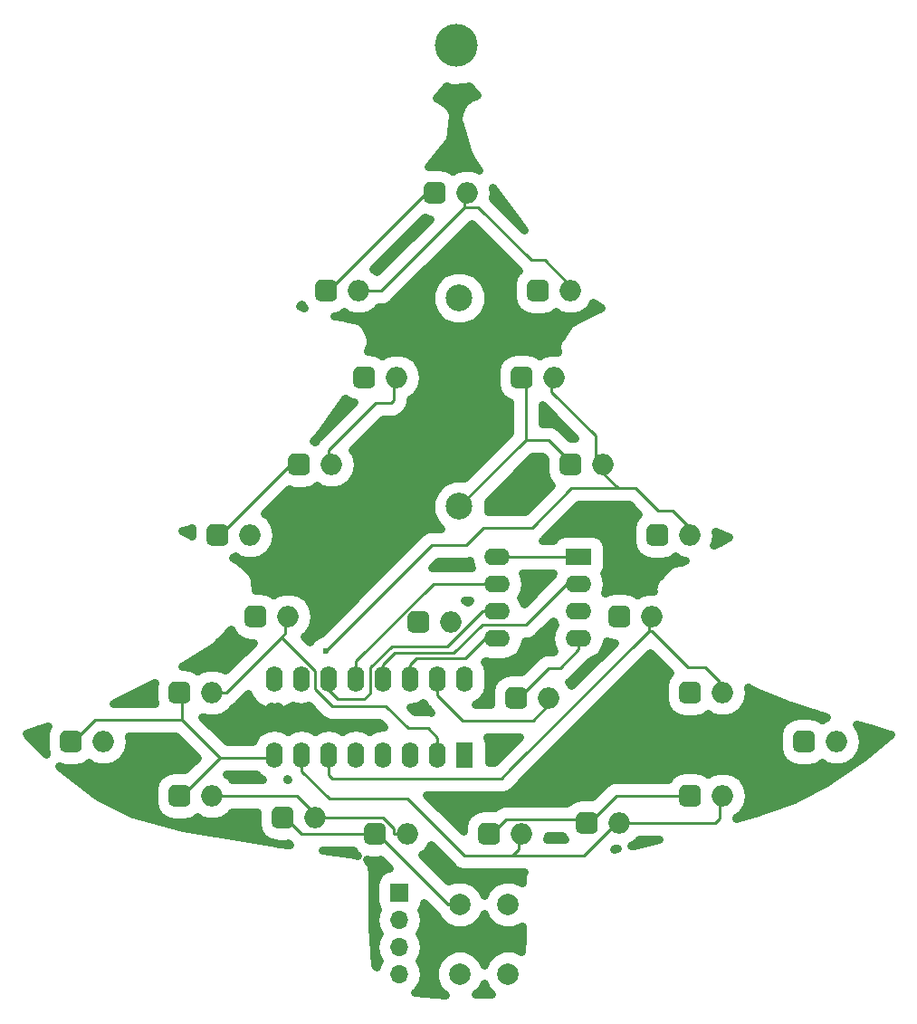
<source format=gbr>
G04 #@! TF.GenerationSoftware,KiCad,Pcbnew,(5.0.0)*
G04 #@! TF.CreationDate,2019-09-06T15:11:27-04:00*
G04 #@! TF.ProjectId,Christmas Tree,4368726973746D617320547265652E6B,rev?*
G04 #@! TF.SameCoordinates,Original*
G04 #@! TF.FileFunction,Copper,L2,Bot,Signal*
G04 #@! TF.FilePolarity,Positive*
%FSLAX46Y46*%
G04 Gerber Fmt 4.6, Leading zero omitted, Abs format (unit mm)*
G04 Created by KiCad (PCBNEW (5.0.0)) date 09/06/19 15:11:27*
%MOMM*%
%LPD*%
G01*
G04 APERTURE LIST*
G04 #@! TA.AperFunction,ComponentPad*
%ADD10C,2.500000*%
G04 #@! TD*
G04 #@! TA.AperFunction,ComponentPad*
%ADD11C,2.000000*%
G04 #@! TD*
G04 #@! TA.AperFunction,ComponentPad*
%ADD12C,4.000000*%
G04 #@! TD*
G04 #@! TA.AperFunction,Conductor*
%ADD13C,0.100000*%
G04 #@! TD*
G04 #@! TA.AperFunction,ComponentPad*
%ADD14O,2.000000X2.000000*%
G04 #@! TD*
G04 #@! TA.AperFunction,ComponentPad*
%ADD15R,1.600000X2.400000*%
G04 #@! TD*
G04 #@! TA.AperFunction,ComponentPad*
%ADD16O,1.600000X2.400000*%
G04 #@! TD*
G04 #@! TA.AperFunction,ComponentPad*
%ADD17O,1.700000X1.700000*%
G04 #@! TD*
G04 #@! TA.AperFunction,ComponentPad*
%ADD18R,1.700000X1.700000*%
G04 #@! TD*
G04 #@! TA.AperFunction,ComponentPad*
%ADD19O,2.400000X1.600000*%
G04 #@! TD*
G04 #@! TA.AperFunction,ComponentPad*
%ADD20R,2.400000X1.600000*%
G04 #@! TD*
G04 #@! TA.AperFunction,ViaPad*
%ADD21C,0.600000*%
G04 #@! TD*
G04 #@! TA.AperFunction,Conductor*
%ADD22C,0.250000*%
G04 #@! TD*
G04 #@! TA.AperFunction,NonConductor*
%ADD23C,0.800000*%
G04 #@! TD*
G04 APERTURE END LIST*
D10*
G04 #@! TO.P,Battery1,1*
G04 #@! TO.N,GND*
X133096000Y-100456000D03*
G04 #@! TO.P,Battery1,2*
G04 #@! TO.N,Net-(Battery1-Pad2)*
X133096000Y-80956000D03*
G04 #@! TD*
D11*
G04 #@! TO.P,BTN1,2*
G04 #@! TO.N,GND*
X133168000Y-137668000D03*
G04 #@! TO.P,BTN1,1*
G04 #@! TO.N,Net-(BTN1-Pad1)*
X137668000Y-137668000D03*
G04 #@! TO.P,BTN1,2*
G04 #@! TO.N,GND*
X133168000Y-144168000D03*
G04 #@! TO.P,BTN1,1*
G04 #@! TO.N,Net-(BTN1-Pad1)*
X137668000Y-144168000D03*
G04 #@! TD*
D12*
G04 #@! TO.P,HOOK,31*
G04 #@! TO.N,N/C*
X132842000Y-57364000D03*
G04 #@! TD*
D13*
G04 #@! TO.N,GND*
G04 #@! TO.C,D1*
G36*
X125775009Y-130066408D02*
X125823545Y-130073607D01*
X125871142Y-130085530D01*
X125917342Y-130102060D01*
X125961698Y-130123039D01*
X126003785Y-130148265D01*
X126043197Y-130177495D01*
X126079553Y-130210447D01*
X126112505Y-130246803D01*
X126141735Y-130286215D01*
X126166961Y-130328302D01*
X126187940Y-130372658D01*
X126204470Y-130418858D01*
X126216393Y-130466455D01*
X126223592Y-130514991D01*
X126226000Y-130564000D01*
X126226000Y-131564000D01*
X126223592Y-131613009D01*
X126216393Y-131661545D01*
X126204470Y-131709142D01*
X126187940Y-131755342D01*
X126166961Y-131799698D01*
X126141735Y-131841785D01*
X126112505Y-131881197D01*
X126079553Y-131917553D01*
X126043197Y-131950505D01*
X126003785Y-131979735D01*
X125961698Y-132004961D01*
X125917342Y-132025940D01*
X125871142Y-132042470D01*
X125823545Y-132054393D01*
X125775009Y-132061592D01*
X125726000Y-132064000D01*
X124726000Y-132064000D01*
X124676991Y-132061592D01*
X124628455Y-132054393D01*
X124580858Y-132042470D01*
X124534658Y-132025940D01*
X124490302Y-132004961D01*
X124448215Y-131979735D01*
X124408803Y-131950505D01*
X124372447Y-131917553D01*
X124339495Y-131881197D01*
X124310265Y-131841785D01*
X124285039Y-131799698D01*
X124264060Y-131755342D01*
X124247530Y-131709142D01*
X124235607Y-131661545D01*
X124228408Y-131613009D01*
X124226000Y-131564000D01*
X124226000Y-130564000D01*
X124228408Y-130514991D01*
X124235607Y-130466455D01*
X124247530Y-130418858D01*
X124264060Y-130372658D01*
X124285039Y-130328302D01*
X124310265Y-130286215D01*
X124339495Y-130246803D01*
X124372447Y-130210447D01*
X124408803Y-130177495D01*
X124448215Y-130148265D01*
X124490302Y-130123039D01*
X124534658Y-130102060D01*
X124580858Y-130085530D01*
X124628455Y-130073607D01*
X124676991Y-130066408D01*
X124726000Y-130064000D01*
X125726000Y-130064000D01*
X125775009Y-130066408D01*
X125775009Y-130066408D01*
G37*
D11*
G04 #@! TD*
G04 #@! TO.P,D1,1*
G04 #@! TO.N,GND*
X125226000Y-131064000D03*
D14*
G04 #@! TO.P,D1,2*
G04 #@! TO.N,B*
X128266000Y-131064000D03*
G04 #@! TD*
G04 #@! TO.P,D2,2*
G04 #@! TO.N,B*
X119630000Y-129540000D03*
D13*
G04 #@! TD*
G04 #@! TO.N,GND*
G04 #@! TO.C,D2*
G36*
X117139009Y-128542408D02*
X117187545Y-128549607D01*
X117235142Y-128561530D01*
X117281342Y-128578060D01*
X117325698Y-128599039D01*
X117367785Y-128624265D01*
X117407197Y-128653495D01*
X117443553Y-128686447D01*
X117476505Y-128722803D01*
X117505735Y-128762215D01*
X117530961Y-128804302D01*
X117551940Y-128848658D01*
X117568470Y-128894858D01*
X117580393Y-128942455D01*
X117587592Y-128990991D01*
X117590000Y-129040000D01*
X117590000Y-130040000D01*
X117587592Y-130089009D01*
X117580393Y-130137545D01*
X117568470Y-130185142D01*
X117551940Y-130231342D01*
X117530961Y-130275698D01*
X117505735Y-130317785D01*
X117476505Y-130357197D01*
X117443553Y-130393553D01*
X117407197Y-130426505D01*
X117367785Y-130455735D01*
X117325698Y-130480961D01*
X117281342Y-130501940D01*
X117235142Y-130518470D01*
X117187545Y-130530393D01*
X117139009Y-130537592D01*
X117090000Y-130540000D01*
X116090000Y-130540000D01*
X116040991Y-130537592D01*
X115992455Y-130530393D01*
X115944858Y-130518470D01*
X115898658Y-130501940D01*
X115854302Y-130480961D01*
X115812215Y-130455735D01*
X115772803Y-130426505D01*
X115736447Y-130393553D01*
X115703495Y-130357197D01*
X115674265Y-130317785D01*
X115649039Y-130275698D01*
X115628060Y-130231342D01*
X115611530Y-130185142D01*
X115599607Y-130137545D01*
X115592408Y-130089009D01*
X115590000Y-130040000D01*
X115590000Y-129040000D01*
X115592408Y-128990991D01*
X115599607Y-128942455D01*
X115611530Y-128894858D01*
X115628060Y-128848658D01*
X115649039Y-128804302D01*
X115674265Y-128762215D01*
X115703495Y-128722803D01*
X115736447Y-128686447D01*
X115772803Y-128653495D01*
X115812215Y-128624265D01*
X115854302Y-128599039D01*
X115898658Y-128578060D01*
X115944858Y-128561530D01*
X115992455Y-128549607D01*
X116040991Y-128542408D01*
X116090000Y-128540000D01*
X117090000Y-128540000D01*
X117139009Y-128542408D01*
X117139009Y-128542408D01*
G37*
D11*
G04 #@! TO.P,D2,1*
G04 #@! TO.N,GND*
X116590000Y-129540000D03*
G04 #@! TD*
D13*
G04 #@! TO.N,GND*
G04 #@! TO.C,D3*
G36*
X107487009Y-126510408D02*
X107535545Y-126517607D01*
X107583142Y-126529530D01*
X107629342Y-126546060D01*
X107673698Y-126567039D01*
X107715785Y-126592265D01*
X107755197Y-126621495D01*
X107791553Y-126654447D01*
X107824505Y-126690803D01*
X107853735Y-126730215D01*
X107878961Y-126772302D01*
X107899940Y-126816658D01*
X107916470Y-126862858D01*
X107928393Y-126910455D01*
X107935592Y-126958991D01*
X107938000Y-127008000D01*
X107938000Y-128008000D01*
X107935592Y-128057009D01*
X107928393Y-128105545D01*
X107916470Y-128153142D01*
X107899940Y-128199342D01*
X107878961Y-128243698D01*
X107853735Y-128285785D01*
X107824505Y-128325197D01*
X107791553Y-128361553D01*
X107755197Y-128394505D01*
X107715785Y-128423735D01*
X107673698Y-128448961D01*
X107629342Y-128469940D01*
X107583142Y-128486470D01*
X107535545Y-128498393D01*
X107487009Y-128505592D01*
X107438000Y-128508000D01*
X106438000Y-128508000D01*
X106388991Y-128505592D01*
X106340455Y-128498393D01*
X106292858Y-128486470D01*
X106246658Y-128469940D01*
X106202302Y-128448961D01*
X106160215Y-128423735D01*
X106120803Y-128394505D01*
X106084447Y-128361553D01*
X106051495Y-128325197D01*
X106022265Y-128285785D01*
X105997039Y-128243698D01*
X105976060Y-128199342D01*
X105959530Y-128153142D01*
X105947607Y-128105545D01*
X105940408Y-128057009D01*
X105938000Y-128008000D01*
X105938000Y-127008000D01*
X105940408Y-126958991D01*
X105947607Y-126910455D01*
X105959530Y-126862858D01*
X105976060Y-126816658D01*
X105997039Y-126772302D01*
X106022265Y-126730215D01*
X106051495Y-126690803D01*
X106084447Y-126654447D01*
X106120803Y-126621495D01*
X106160215Y-126592265D01*
X106202302Y-126567039D01*
X106246658Y-126546060D01*
X106292858Y-126529530D01*
X106340455Y-126517607D01*
X106388991Y-126510408D01*
X106438000Y-126508000D01*
X107438000Y-126508000D01*
X107487009Y-126510408D01*
X107487009Y-126510408D01*
G37*
D11*
G04 #@! TD*
G04 #@! TO.P,D3,1*
G04 #@! TO.N,GND*
X106938000Y-127508000D03*
D14*
G04 #@! TO.P,D3,2*
G04 #@! TO.N,B*
X109978000Y-127508000D03*
G04 #@! TD*
G04 #@! TO.P,D4,2*
G04 #@! TO.N,C*
X99818000Y-122428000D03*
D13*
G04 #@! TD*
G04 #@! TO.N,GND*
G04 #@! TO.C,D4*
G36*
X97327009Y-121430408D02*
X97375545Y-121437607D01*
X97423142Y-121449530D01*
X97469342Y-121466060D01*
X97513698Y-121487039D01*
X97555785Y-121512265D01*
X97595197Y-121541495D01*
X97631553Y-121574447D01*
X97664505Y-121610803D01*
X97693735Y-121650215D01*
X97718961Y-121692302D01*
X97739940Y-121736658D01*
X97756470Y-121782858D01*
X97768393Y-121830455D01*
X97775592Y-121878991D01*
X97778000Y-121928000D01*
X97778000Y-122928000D01*
X97775592Y-122977009D01*
X97768393Y-123025545D01*
X97756470Y-123073142D01*
X97739940Y-123119342D01*
X97718961Y-123163698D01*
X97693735Y-123205785D01*
X97664505Y-123245197D01*
X97631553Y-123281553D01*
X97595197Y-123314505D01*
X97555785Y-123343735D01*
X97513698Y-123368961D01*
X97469342Y-123389940D01*
X97423142Y-123406470D01*
X97375545Y-123418393D01*
X97327009Y-123425592D01*
X97278000Y-123428000D01*
X96278000Y-123428000D01*
X96228991Y-123425592D01*
X96180455Y-123418393D01*
X96132858Y-123406470D01*
X96086658Y-123389940D01*
X96042302Y-123368961D01*
X96000215Y-123343735D01*
X95960803Y-123314505D01*
X95924447Y-123281553D01*
X95891495Y-123245197D01*
X95862265Y-123205785D01*
X95837039Y-123163698D01*
X95816060Y-123119342D01*
X95799530Y-123073142D01*
X95787607Y-123025545D01*
X95780408Y-122977009D01*
X95778000Y-122928000D01*
X95778000Y-121928000D01*
X95780408Y-121878991D01*
X95787607Y-121830455D01*
X95799530Y-121782858D01*
X95816060Y-121736658D01*
X95837039Y-121692302D01*
X95862265Y-121650215D01*
X95891495Y-121610803D01*
X95924447Y-121574447D01*
X95960803Y-121541495D01*
X96000215Y-121512265D01*
X96042302Y-121487039D01*
X96086658Y-121466060D01*
X96132858Y-121449530D01*
X96180455Y-121437607D01*
X96228991Y-121430408D01*
X96278000Y-121428000D01*
X97278000Y-121428000D01*
X97327009Y-121430408D01*
X97327009Y-121430408D01*
G37*
D11*
G04 #@! TO.P,D4,1*
G04 #@! TO.N,GND*
X96778000Y-122428000D03*
G04 #@! TD*
D13*
G04 #@! TO.N,GND*
G04 #@! TO.C,D5*
G36*
X107487009Y-116858408D02*
X107535545Y-116865607D01*
X107583142Y-116877530D01*
X107629342Y-116894060D01*
X107673698Y-116915039D01*
X107715785Y-116940265D01*
X107755197Y-116969495D01*
X107791553Y-117002447D01*
X107824505Y-117038803D01*
X107853735Y-117078215D01*
X107878961Y-117120302D01*
X107899940Y-117164658D01*
X107916470Y-117210858D01*
X107928393Y-117258455D01*
X107935592Y-117306991D01*
X107938000Y-117356000D01*
X107938000Y-118356000D01*
X107935592Y-118405009D01*
X107928393Y-118453545D01*
X107916470Y-118501142D01*
X107899940Y-118547342D01*
X107878961Y-118591698D01*
X107853735Y-118633785D01*
X107824505Y-118673197D01*
X107791553Y-118709553D01*
X107755197Y-118742505D01*
X107715785Y-118771735D01*
X107673698Y-118796961D01*
X107629342Y-118817940D01*
X107583142Y-118834470D01*
X107535545Y-118846393D01*
X107487009Y-118853592D01*
X107438000Y-118856000D01*
X106438000Y-118856000D01*
X106388991Y-118853592D01*
X106340455Y-118846393D01*
X106292858Y-118834470D01*
X106246658Y-118817940D01*
X106202302Y-118796961D01*
X106160215Y-118771735D01*
X106120803Y-118742505D01*
X106084447Y-118709553D01*
X106051495Y-118673197D01*
X106022265Y-118633785D01*
X105997039Y-118591698D01*
X105976060Y-118547342D01*
X105959530Y-118501142D01*
X105947607Y-118453545D01*
X105940408Y-118405009D01*
X105938000Y-118356000D01*
X105938000Y-117356000D01*
X105940408Y-117306991D01*
X105947607Y-117258455D01*
X105959530Y-117210858D01*
X105976060Y-117164658D01*
X105997039Y-117120302D01*
X106022265Y-117078215D01*
X106051495Y-117038803D01*
X106084447Y-117002447D01*
X106120803Y-116969495D01*
X106160215Y-116940265D01*
X106202302Y-116915039D01*
X106246658Y-116894060D01*
X106292858Y-116877530D01*
X106340455Y-116865607D01*
X106388991Y-116858408D01*
X106438000Y-116856000D01*
X107438000Y-116856000D01*
X107487009Y-116858408D01*
X107487009Y-116858408D01*
G37*
D11*
G04 #@! TD*
G04 #@! TO.P,D5,1*
G04 #@! TO.N,GND*
X106938000Y-117856000D03*
D14*
G04 #@! TO.P,D5,2*
G04 #@! TO.N,C*
X109978000Y-117856000D03*
G04 #@! TD*
G04 #@! TO.P,D6,2*
G04 #@! TO.N,C*
X117090000Y-110744000D03*
D13*
G04 #@! TD*
G04 #@! TO.N,GND*
G04 #@! TO.C,D6*
G36*
X114599009Y-109746408D02*
X114647545Y-109753607D01*
X114695142Y-109765530D01*
X114741342Y-109782060D01*
X114785698Y-109803039D01*
X114827785Y-109828265D01*
X114867197Y-109857495D01*
X114903553Y-109890447D01*
X114936505Y-109926803D01*
X114965735Y-109966215D01*
X114990961Y-110008302D01*
X115011940Y-110052658D01*
X115028470Y-110098858D01*
X115040393Y-110146455D01*
X115047592Y-110194991D01*
X115050000Y-110244000D01*
X115050000Y-111244000D01*
X115047592Y-111293009D01*
X115040393Y-111341545D01*
X115028470Y-111389142D01*
X115011940Y-111435342D01*
X114990961Y-111479698D01*
X114965735Y-111521785D01*
X114936505Y-111561197D01*
X114903553Y-111597553D01*
X114867197Y-111630505D01*
X114827785Y-111659735D01*
X114785698Y-111684961D01*
X114741342Y-111705940D01*
X114695142Y-111722470D01*
X114647545Y-111734393D01*
X114599009Y-111741592D01*
X114550000Y-111744000D01*
X113550000Y-111744000D01*
X113500991Y-111741592D01*
X113452455Y-111734393D01*
X113404858Y-111722470D01*
X113358658Y-111705940D01*
X113314302Y-111684961D01*
X113272215Y-111659735D01*
X113232803Y-111630505D01*
X113196447Y-111597553D01*
X113163495Y-111561197D01*
X113134265Y-111521785D01*
X113109039Y-111479698D01*
X113088060Y-111435342D01*
X113071530Y-111389142D01*
X113059607Y-111341545D01*
X113052408Y-111293009D01*
X113050000Y-111244000D01*
X113050000Y-110244000D01*
X113052408Y-110194991D01*
X113059607Y-110146455D01*
X113071530Y-110098858D01*
X113088060Y-110052658D01*
X113109039Y-110008302D01*
X113134265Y-109966215D01*
X113163495Y-109926803D01*
X113196447Y-109890447D01*
X113232803Y-109857495D01*
X113272215Y-109828265D01*
X113314302Y-109803039D01*
X113358658Y-109782060D01*
X113404858Y-109765530D01*
X113452455Y-109753607D01*
X113500991Y-109746408D01*
X113550000Y-109744000D01*
X114550000Y-109744000D01*
X114599009Y-109746408D01*
X114599009Y-109746408D01*
G37*
D11*
G04 #@! TO.P,D6,1*
G04 #@! TO.N,GND*
X114050000Y-110744000D03*
G04 #@! TD*
D13*
G04 #@! TO.N,GND*
G04 #@! TO.C,D7*
G36*
X111043009Y-102126408D02*
X111091545Y-102133607D01*
X111139142Y-102145530D01*
X111185342Y-102162060D01*
X111229698Y-102183039D01*
X111271785Y-102208265D01*
X111311197Y-102237495D01*
X111347553Y-102270447D01*
X111380505Y-102306803D01*
X111409735Y-102346215D01*
X111434961Y-102388302D01*
X111455940Y-102432658D01*
X111472470Y-102478858D01*
X111484393Y-102526455D01*
X111491592Y-102574991D01*
X111494000Y-102624000D01*
X111494000Y-103624000D01*
X111491592Y-103673009D01*
X111484393Y-103721545D01*
X111472470Y-103769142D01*
X111455940Y-103815342D01*
X111434961Y-103859698D01*
X111409735Y-103901785D01*
X111380505Y-103941197D01*
X111347553Y-103977553D01*
X111311197Y-104010505D01*
X111271785Y-104039735D01*
X111229698Y-104064961D01*
X111185342Y-104085940D01*
X111139142Y-104102470D01*
X111091545Y-104114393D01*
X111043009Y-104121592D01*
X110994000Y-104124000D01*
X109994000Y-104124000D01*
X109944991Y-104121592D01*
X109896455Y-104114393D01*
X109848858Y-104102470D01*
X109802658Y-104085940D01*
X109758302Y-104064961D01*
X109716215Y-104039735D01*
X109676803Y-104010505D01*
X109640447Y-103977553D01*
X109607495Y-103941197D01*
X109578265Y-103901785D01*
X109553039Y-103859698D01*
X109532060Y-103815342D01*
X109515530Y-103769142D01*
X109503607Y-103721545D01*
X109496408Y-103673009D01*
X109494000Y-103624000D01*
X109494000Y-102624000D01*
X109496408Y-102574991D01*
X109503607Y-102526455D01*
X109515530Y-102478858D01*
X109532060Y-102432658D01*
X109553039Y-102388302D01*
X109578265Y-102346215D01*
X109607495Y-102306803D01*
X109640447Y-102270447D01*
X109676803Y-102237495D01*
X109716215Y-102208265D01*
X109758302Y-102183039D01*
X109802658Y-102162060D01*
X109848858Y-102145530D01*
X109896455Y-102133607D01*
X109944991Y-102126408D01*
X109994000Y-102124000D01*
X110994000Y-102124000D01*
X111043009Y-102126408D01*
X111043009Y-102126408D01*
G37*
D11*
G04 #@! TD*
G04 #@! TO.P,D7,1*
G04 #@! TO.N,GND*
X110494000Y-103124000D03*
D14*
G04 #@! TO.P,D7,2*
G04 #@! TO.N,D*
X113534000Y-103124000D03*
G04 #@! TD*
G04 #@! TO.P,D8,2*
G04 #@! TO.N,D*
X121154000Y-96520000D03*
D13*
G04 #@! TD*
G04 #@! TO.N,GND*
G04 #@! TO.C,D8*
G36*
X118663009Y-95522408D02*
X118711545Y-95529607D01*
X118759142Y-95541530D01*
X118805342Y-95558060D01*
X118849698Y-95579039D01*
X118891785Y-95604265D01*
X118931197Y-95633495D01*
X118967553Y-95666447D01*
X119000505Y-95702803D01*
X119029735Y-95742215D01*
X119054961Y-95784302D01*
X119075940Y-95828658D01*
X119092470Y-95874858D01*
X119104393Y-95922455D01*
X119111592Y-95970991D01*
X119114000Y-96020000D01*
X119114000Y-97020000D01*
X119111592Y-97069009D01*
X119104393Y-97117545D01*
X119092470Y-97165142D01*
X119075940Y-97211342D01*
X119054961Y-97255698D01*
X119029735Y-97297785D01*
X119000505Y-97337197D01*
X118967553Y-97373553D01*
X118931197Y-97406505D01*
X118891785Y-97435735D01*
X118849698Y-97460961D01*
X118805342Y-97481940D01*
X118759142Y-97498470D01*
X118711545Y-97510393D01*
X118663009Y-97517592D01*
X118614000Y-97520000D01*
X117614000Y-97520000D01*
X117564991Y-97517592D01*
X117516455Y-97510393D01*
X117468858Y-97498470D01*
X117422658Y-97481940D01*
X117378302Y-97460961D01*
X117336215Y-97435735D01*
X117296803Y-97406505D01*
X117260447Y-97373553D01*
X117227495Y-97337197D01*
X117198265Y-97297785D01*
X117173039Y-97255698D01*
X117152060Y-97211342D01*
X117135530Y-97165142D01*
X117123607Y-97117545D01*
X117116408Y-97069009D01*
X117114000Y-97020000D01*
X117114000Y-96020000D01*
X117116408Y-95970991D01*
X117123607Y-95922455D01*
X117135530Y-95874858D01*
X117152060Y-95828658D01*
X117173039Y-95784302D01*
X117198265Y-95742215D01*
X117227495Y-95702803D01*
X117260447Y-95666447D01*
X117296803Y-95633495D01*
X117336215Y-95604265D01*
X117378302Y-95579039D01*
X117422658Y-95558060D01*
X117468858Y-95541530D01*
X117516455Y-95529607D01*
X117564991Y-95522408D01*
X117614000Y-95520000D01*
X118614000Y-95520000D01*
X118663009Y-95522408D01*
X118663009Y-95522408D01*
G37*
D11*
G04 #@! TO.P,D8,1*
G04 #@! TO.N,GND*
X118114000Y-96520000D03*
G04 #@! TD*
D13*
G04 #@! TO.N,GND*
G04 #@! TO.C,D9*
G36*
X124759009Y-87394408D02*
X124807545Y-87401607D01*
X124855142Y-87413530D01*
X124901342Y-87430060D01*
X124945698Y-87451039D01*
X124987785Y-87476265D01*
X125027197Y-87505495D01*
X125063553Y-87538447D01*
X125096505Y-87574803D01*
X125125735Y-87614215D01*
X125150961Y-87656302D01*
X125171940Y-87700658D01*
X125188470Y-87746858D01*
X125200393Y-87794455D01*
X125207592Y-87842991D01*
X125210000Y-87892000D01*
X125210000Y-88892000D01*
X125207592Y-88941009D01*
X125200393Y-88989545D01*
X125188470Y-89037142D01*
X125171940Y-89083342D01*
X125150961Y-89127698D01*
X125125735Y-89169785D01*
X125096505Y-89209197D01*
X125063553Y-89245553D01*
X125027197Y-89278505D01*
X124987785Y-89307735D01*
X124945698Y-89332961D01*
X124901342Y-89353940D01*
X124855142Y-89370470D01*
X124807545Y-89382393D01*
X124759009Y-89389592D01*
X124710000Y-89392000D01*
X123710000Y-89392000D01*
X123660991Y-89389592D01*
X123612455Y-89382393D01*
X123564858Y-89370470D01*
X123518658Y-89353940D01*
X123474302Y-89332961D01*
X123432215Y-89307735D01*
X123392803Y-89278505D01*
X123356447Y-89245553D01*
X123323495Y-89209197D01*
X123294265Y-89169785D01*
X123269039Y-89127698D01*
X123248060Y-89083342D01*
X123231530Y-89037142D01*
X123219607Y-88989545D01*
X123212408Y-88941009D01*
X123210000Y-88892000D01*
X123210000Y-87892000D01*
X123212408Y-87842991D01*
X123219607Y-87794455D01*
X123231530Y-87746858D01*
X123248060Y-87700658D01*
X123269039Y-87656302D01*
X123294265Y-87614215D01*
X123323495Y-87574803D01*
X123356447Y-87538447D01*
X123392803Y-87505495D01*
X123432215Y-87476265D01*
X123474302Y-87451039D01*
X123518658Y-87430060D01*
X123564858Y-87413530D01*
X123612455Y-87401607D01*
X123660991Y-87394408D01*
X123710000Y-87392000D01*
X124710000Y-87392000D01*
X124759009Y-87394408D01*
X124759009Y-87394408D01*
G37*
D11*
G04 #@! TD*
G04 #@! TO.P,D9,1*
G04 #@! TO.N,GND*
X124210000Y-88392000D03*
D14*
G04 #@! TO.P,D9,2*
G04 #@! TO.N,D*
X127250000Y-88392000D03*
G04 #@! TD*
D13*
G04 #@! TO.N,GND*
G04 #@! TO.C,D10*
G36*
X121203009Y-79266408D02*
X121251545Y-79273607D01*
X121299142Y-79285530D01*
X121345342Y-79302060D01*
X121389698Y-79323039D01*
X121431785Y-79348265D01*
X121471197Y-79377495D01*
X121507553Y-79410447D01*
X121540505Y-79446803D01*
X121569735Y-79486215D01*
X121594961Y-79528302D01*
X121615940Y-79572658D01*
X121632470Y-79618858D01*
X121644393Y-79666455D01*
X121651592Y-79714991D01*
X121654000Y-79764000D01*
X121654000Y-80764000D01*
X121651592Y-80813009D01*
X121644393Y-80861545D01*
X121632470Y-80909142D01*
X121615940Y-80955342D01*
X121594961Y-80999698D01*
X121569735Y-81041785D01*
X121540505Y-81081197D01*
X121507553Y-81117553D01*
X121471197Y-81150505D01*
X121431785Y-81179735D01*
X121389698Y-81204961D01*
X121345342Y-81225940D01*
X121299142Y-81242470D01*
X121251545Y-81254393D01*
X121203009Y-81261592D01*
X121154000Y-81264000D01*
X120154000Y-81264000D01*
X120104991Y-81261592D01*
X120056455Y-81254393D01*
X120008858Y-81242470D01*
X119962658Y-81225940D01*
X119918302Y-81204961D01*
X119876215Y-81179735D01*
X119836803Y-81150505D01*
X119800447Y-81117553D01*
X119767495Y-81081197D01*
X119738265Y-81041785D01*
X119713039Y-80999698D01*
X119692060Y-80955342D01*
X119675530Y-80909142D01*
X119663607Y-80861545D01*
X119656408Y-80813009D01*
X119654000Y-80764000D01*
X119654000Y-79764000D01*
X119656408Y-79714991D01*
X119663607Y-79666455D01*
X119675530Y-79618858D01*
X119692060Y-79572658D01*
X119713039Y-79528302D01*
X119738265Y-79486215D01*
X119767495Y-79446803D01*
X119800447Y-79410447D01*
X119836803Y-79377495D01*
X119876215Y-79348265D01*
X119918302Y-79323039D01*
X119962658Y-79302060D01*
X120008858Y-79285530D01*
X120056455Y-79273607D01*
X120104991Y-79266408D01*
X120154000Y-79264000D01*
X121154000Y-79264000D01*
X121203009Y-79266408D01*
X121203009Y-79266408D01*
G37*
D11*
G04 #@! TD*
G04 #@! TO.P,D10,1*
G04 #@! TO.N,GND*
X120654000Y-80264000D03*
D14*
G04 #@! TO.P,D10,2*
G04 #@! TO.N,E*
X123694000Y-80264000D03*
G04 #@! TD*
G04 #@! TO.P,D11,2*
G04 #@! TO.N,E*
X133854000Y-71120000D03*
D13*
G04 #@! TD*
G04 #@! TO.N,GND*
G04 #@! TO.C,D11*
G36*
X131363009Y-70122408D02*
X131411545Y-70129607D01*
X131459142Y-70141530D01*
X131505342Y-70158060D01*
X131549698Y-70179039D01*
X131591785Y-70204265D01*
X131631197Y-70233495D01*
X131667553Y-70266447D01*
X131700505Y-70302803D01*
X131729735Y-70342215D01*
X131754961Y-70384302D01*
X131775940Y-70428658D01*
X131792470Y-70474858D01*
X131804393Y-70522455D01*
X131811592Y-70570991D01*
X131814000Y-70620000D01*
X131814000Y-71620000D01*
X131811592Y-71669009D01*
X131804393Y-71717545D01*
X131792470Y-71765142D01*
X131775940Y-71811342D01*
X131754961Y-71855698D01*
X131729735Y-71897785D01*
X131700505Y-71937197D01*
X131667553Y-71973553D01*
X131631197Y-72006505D01*
X131591785Y-72035735D01*
X131549698Y-72060961D01*
X131505342Y-72081940D01*
X131459142Y-72098470D01*
X131411545Y-72110393D01*
X131363009Y-72117592D01*
X131314000Y-72120000D01*
X130314000Y-72120000D01*
X130264991Y-72117592D01*
X130216455Y-72110393D01*
X130168858Y-72098470D01*
X130122658Y-72081940D01*
X130078302Y-72060961D01*
X130036215Y-72035735D01*
X129996803Y-72006505D01*
X129960447Y-71973553D01*
X129927495Y-71937197D01*
X129898265Y-71897785D01*
X129873039Y-71855698D01*
X129852060Y-71811342D01*
X129835530Y-71765142D01*
X129823607Y-71717545D01*
X129816408Y-71669009D01*
X129814000Y-71620000D01*
X129814000Y-70620000D01*
X129816408Y-70570991D01*
X129823607Y-70522455D01*
X129835530Y-70474858D01*
X129852060Y-70428658D01*
X129873039Y-70384302D01*
X129898265Y-70342215D01*
X129927495Y-70302803D01*
X129960447Y-70266447D01*
X129996803Y-70233495D01*
X130036215Y-70204265D01*
X130078302Y-70179039D01*
X130122658Y-70158060D01*
X130168858Y-70141530D01*
X130216455Y-70129607D01*
X130264991Y-70122408D01*
X130314000Y-70120000D01*
X131314000Y-70120000D01*
X131363009Y-70122408D01*
X131363009Y-70122408D01*
G37*
D11*
G04 #@! TO.P,D11,1*
G04 #@! TO.N,GND*
X130814000Y-71120000D03*
G04 #@! TD*
D13*
G04 #@! TO.N,GND*
G04 #@! TO.C,D12*
G36*
X141015009Y-79266408D02*
X141063545Y-79273607D01*
X141111142Y-79285530D01*
X141157342Y-79302060D01*
X141201698Y-79323039D01*
X141243785Y-79348265D01*
X141283197Y-79377495D01*
X141319553Y-79410447D01*
X141352505Y-79446803D01*
X141381735Y-79486215D01*
X141406961Y-79528302D01*
X141427940Y-79572658D01*
X141444470Y-79618858D01*
X141456393Y-79666455D01*
X141463592Y-79714991D01*
X141466000Y-79764000D01*
X141466000Y-80764000D01*
X141463592Y-80813009D01*
X141456393Y-80861545D01*
X141444470Y-80909142D01*
X141427940Y-80955342D01*
X141406961Y-80999698D01*
X141381735Y-81041785D01*
X141352505Y-81081197D01*
X141319553Y-81117553D01*
X141283197Y-81150505D01*
X141243785Y-81179735D01*
X141201698Y-81204961D01*
X141157342Y-81225940D01*
X141111142Y-81242470D01*
X141063545Y-81254393D01*
X141015009Y-81261592D01*
X140966000Y-81264000D01*
X139966000Y-81264000D01*
X139916991Y-81261592D01*
X139868455Y-81254393D01*
X139820858Y-81242470D01*
X139774658Y-81225940D01*
X139730302Y-81204961D01*
X139688215Y-81179735D01*
X139648803Y-81150505D01*
X139612447Y-81117553D01*
X139579495Y-81081197D01*
X139550265Y-81041785D01*
X139525039Y-80999698D01*
X139504060Y-80955342D01*
X139487530Y-80909142D01*
X139475607Y-80861545D01*
X139468408Y-80813009D01*
X139466000Y-80764000D01*
X139466000Y-79764000D01*
X139468408Y-79714991D01*
X139475607Y-79666455D01*
X139487530Y-79618858D01*
X139504060Y-79572658D01*
X139525039Y-79528302D01*
X139550265Y-79486215D01*
X139579495Y-79446803D01*
X139612447Y-79410447D01*
X139648803Y-79377495D01*
X139688215Y-79348265D01*
X139730302Y-79323039D01*
X139774658Y-79302060D01*
X139820858Y-79285530D01*
X139868455Y-79273607D01*
X139916991Y-79266408D01*
X139966000Y-79264000D01*
X140966000Y-79264000D01*
X141015009Y-79266408D01*
X141015009Y-79266408D01*
G37*
D11*
G04 #@! TD*
G04 #@! TO.P,D12,1*
G04 #@! TO.N,GND*
X140466000Y-80264000D03*
D14*
G04 #@! TO.P,D12,2*
G04 #@! TO.N,E*
X143506000Y-80264000D03*
G04 #@! TD*
G04 #@! TO.P,D13,2*
G04 #@! TO.N,F*
X141982000Y-88392000D03*
D13*
G04 #@! TD*
G04 #@! TO.N,GND*
G04 #@! TO.C,D13*
G36*
X139491009Y-87394408D02*
X139539545Y-87401607D01*
X139587142Y-87413530D01*
X139633342Y-87430060D01*
X139677698Y-87451039D01*
X139719785Y-87476265D01*
X139759197Y-87505495D01*
X139795553Y-87538447D01*
X139828505Y-87574803D01*
X139857735Y-87614215D01*
X139882961Y-87656302D01*
X139903940Y-87700658D01*
X139920470Y-87746858D01*
X139932393Y-87794455D01*
X139939592Y-87842991D01*
X139942000Y-87892000D01*
X139942000Y-88892000D01*
X139939592Y-88941009D01*
X139932393Y-88989545D01*
X139920470Y-89037142D01*
X139903940Y-89083342D01*
X139882961Y-89127698D01*
X139857735Y-89169785D01*
X139828505Y-89209197D01*
X139795553Y-89245553D01*
X139759197Y-89278505D01*
X139719785Y-89307735D01*
X139677698Y-89332961D01*
X139633342Y-89353940D01*
X139587142Y-89370470D01*
X139539545Y-89382393D01*
X139491009Y-89389592D01*
X139442000Y-89392000D01*
X138442000Y-89392000D01*
X138392991Y-89389592D01*
X138344455Y-89382393D01*
X138296858Y-89370470D01*
X138250658Y-89353940D01*
X138206302Y-89332961D01*
X138164215Y-89307735D01*
X138124803Y-89278505D01*
X138088447Y-89245553D01*
X138055495Y-89209197D01*
X138026265Y-89169785D01*
X138001039Y-89127698D01*
X137980060Y-89083342D01*
X137963530Y-89037142D01*
X137951607Y-88989545D01*
X137944408Y-88941009D01*
X137942000Y-88892000D01*
X137942000Y-87892000D01*
X137944408Y-87842991D01*
X137951607Y-87794455D01*
X137963530Y-87746858D01*
X137980060Y-87700658D01*
X138001039Y-87656302D01*
X138026265Y-87614215D01*
X138055495Y-87574803D01*
X138088447Y-87538447D01*
X138124803Y-87505495D01*
X138164215Y-87476265D01*
X138206302Y-87451039D01*
X138250658Y-87430060D01*
X138296858Y-87413530D01*
X138344455Y-87401607D01*
X138392991Y-87394408D01*
X138442000Y-87392000D01*
X139442000Y-87392000D01*
X139491009Y-87394408D01*
X139491009Y-87394408D01*
G37*
D11*
G04 #@! TO.P,D13,1*
G04 #@! TO.N,GND*
X138942000Y-88392000D03*
G04 #@! TD*
D13*
G04 #@! TO.N,GND*
G04 #@! TO.C,D14*
G36*
X144063009Y-95522408D02*
X144111545Y-95529607D01*
X144159142Y-95541530D01*
X144205342Y-95558060D01*
X144249698Y-95579039D01*
X144291785Y-95604265D01*
X144331197Y-95633495D01*
X144367553Y-95666447D01*
X144400505Y-95702803D01*
X144429735Y-95742215D01*
X144454961Y-95784302D01*
X144475940Y-95828658D01*
X144492470Y-95874858D01*
X144504393Y-95922455D01*
X144511592Y-95970991D01*
X144514000Y-96020000D01*
X144514000Y-97020000D01*
X144511592Y-97069009D01*
X144504393Y-97117545D01*
X144492470Y-97165142D01*
X144475940Y-97211342D01*
X144454961Y-97255698D01*
X144429735Y-97297785D01*
X144400505Y-97337197D01*
X144367553Y-97373553D01*
X144331197Y-97406505D01*
X144291785Y-97435735D01*
X144249698Y-97460961D01*
X144205342Y-97481940D01*
X144159142Y-97498470D01*
X144111545Y-97510393D01*
X144063009Y-97517592D01*
X144014000Y-97520000D01*
X143014000Y-97520000D01*
X142964991Y-97517592D01*
X142916455Y-97510393D01*
X142868858Y-97498470D01*
X142822658Y-97481940D01*
X142778302Y-97460961D01*
X142736215Y-97435735D01*
X142696803Y-97406505D01*
X142660447Y-97373553D01*
X142627495Y-97337197D01*
X142598265Y-97297785D01*
X142573039Y-97255698D01*
X142552060Y-97211342D01*
X142535530Y-97165142D01*
X142523607Y-97117545D01*
X142516408Y-97069009D01*
X142514000Y-97020000D01*
X142514000Y-96020000D01*
X142516408Y-95970991D01*
X142523607Y-95922455D01*
X142535530Y-95874858D01*
X142552060Y-95828658D01*
X142573039Y-95784302D01*
X142598265Y-95742215D01*
X142627495Y-95702803D01*
X142660447Y-95666447D01*
X142696803Y-95633495D01*
X142736215Y-95604265D01*
X142778302Y-95579039D01*
X142822658Y-95558060D01*
X142868858Y-95541530D01*
X142916455Y-95529607D01*
X142964991Y-95522408D01*
X143014000Y-95520000D01*
X144014000Y-95520000D01*
X144063009Y-95522408D01*
X144063009Y-95522408D01*
G37*
D11*
G04 #@! TD*
G04 #@! TO.P,D14,1*
G04 #@! TO.N,GND*
X143514000Y-96520000D03*
D14*
G04 #@! TO.P,D14,2*
G04 #@! TO.N,F*
X146554000Y-96520000D03*
G04 #@! TD*
G04 #@! TO.P,D15,2*
G04 #@! TO.N,F*
X154682000Y-103124000D03*
D13*
G04 #@! TD*
G04 #@! TO.N,GND*
G04 #@! TO.C,D15*
G36*
X152191009Y-102126408D02*
X152239545Y-102133607D01*
X152287142Y-102145530D01*
X152333342Y-102162060D01*
X152377698Y-102183039D01*
X152419785Y-102208265D01*
X152459197Y-102237495D01*
X152495553Y-102270447D01*
X152528505Y-102306803D01*
X152557735Y-102346215D01*
X152582961Y-102388302D01*
X152603940Y-102432658D01*
X152620470Y-102478858D01*
X152632393Y-102526455D01*
X152639592Y-102574991D01*
X152642000Y-102624000D01*
X152642000Y-103624000D01*
X152639592Y-103673009D01*
X152632393Y-103721545D01*
X152620470Y-103769142D01*
X152603940Y-103815342D01*
X152582961Y-103859698D01*
X152557735Y-103901785D01*
X152528505Y-103941197D01*
X152495553Y-103977553D01*
X152459197Y-104010505D01*
X152419785Y-104039735D01*
X152377698Y-104064961D01*
X152333342Y-104085940D01*
X152287142Y-104102470D01*
X152239545Y-104114393D01*
X152191009Y-104121592D01*
X152142000Y-104124000D01*
X151142000Y-104124000D01*
X151092991Y-104121592D01*
X151044455Y-104114393D01*
X150996858Y-104102470D01*
X150950658Y-104085940D01*
X150906302Y-104064961D01*
X150864215Y-104039735D01*
X150824803Y-104010505D01*
X150788447Y-103977553D01*
X150755495Y-103941197D01*
X150726265Y-103901785D01*
X150701039Y-103859698D01*
X150680060Y-103815342D01*
X150663530Y-103769142D01*
X150651607Y-103721545D01*
X150644408Y-103673009D01*
X150642000Y-103624000D01*
X150642000Y-102624000D01*
X150644408Y-102574991D01*
X150651607Y-102526455D01*
X150663530Y-102478858D01*
X150680060Y-102432658D01*
X150701039Y-102388302D01*
X150726265Y-102346215D01*
X150755495Y-102306803D01*
X150788447Y-102270447D01*
X150824803Y-102237495D01*
X150864215Y-102208265D01*
X150906302Y-102183039D01*
X150950658Y-102162060D01*
X150996858Y-102145530D01*
X151044455Y-102133607D01*
X151092991Y-102126408D01*
X151142000Y-102124000D01*
X152142000Y-102124000D01*
X152191009Y-102126408D01*
X152191009Y-102126408D01*
G37*
D11*
G04 #@! TO.P,D15,1*
G04 #@! TO.N,GND*
X151642000Y-103124000D03*
G04 #@! TD*
D13*
G04 #@! TO.N,GND*
G04 #@! TO.C,D16*
G36*
X148635009Y-109746408D02*
X148683545Y-109753607D01*
X148731142Y-109765530D01*
X148777342Y-109782060D01*
X148821698Y-109803039D01*
X148863785Y-109828265D01*
X148903197Y-109857495D01*
X148939553Y-109890447D01*
X148972505Y-109926803D01*
X149001735Y-109966215D01*
X149026961Y-110008302D01*
X149047940Y-110052658D01*
X149064470Y-110098858D01*
X149076393Y-110146455D01*
X149083592Y-110194991D01*
X149086000Y-110244000D01*
X149086000Y-111244000D01*
X149083592Y-111293009D01*
X149076393Y-111341545D01*
X149064470Y-111389142D01*
X149047940Y-111435342D01*
X149026961Y-111479698D01*
X149001735Y-111521785D01*
X148972505Y-111561197D01*
X148939553Y-111597553D01*
X148903197Y-111630505D01*
X148863785Y-111659735D01*
X148821698Y-111684961D01*
X148777342Y-111705940D01*
X148731142Y-111722470D01*
X148683545Y-111734393D01*
X148635009Y-111741592D01*
X148586000Y-111744000D01*
X147586000Y-111744000D01*
X147536991Y-111741592D01*
X147488455Y-111734393D01*
X147440858Y-111722470D01*
X147394658Y-111705940D01*
X147350302Y-111684961D01*
X147308215Y-111659735D01*
X147268803Y-111630505D01*
X147232447Y-111597553D01*
X147199495Y-111561197D01*
X147170265Y-111521785D01*
X147145039Y-111479698D01*
X147124060Y-111435342D01*
X147107530Y-111389142D01*
X147095607Y-111341545D01*
X147088408Y-111293009D01*
X147086000Y-111244000D01*
X147086000Y-110244000D01*
X147088408Y-110194991D01*
X147095607Y-110146455D01*
X147107530Y-110098858D01*
X147124060Y-110052658D01*
X147145039Y-110008302D01*
X147170265Y-109966215D01*
X147199495Y-109926803D01*
X147232447Y-109890447D01*
X147268803Y-109857495D01*
X147308215Y-109828265D01*
X147350302Y-109803039D01*
X147394658Y-109782060D01*
X147440858Y-109765530D01*
X147488455Y-109753607D01*
X147536991Y-109746408D01*
X147586000Y-109744000D01*
X148586000Y-109744000D01*
X148635009Y-109746408D01*
X148635009Y-109746408D01*
G37*
D11*
G04 #@! TD*
G04 #@! TO.P,D16,1*
G04 #@! TO.N,GND*
X148086000Y-110744000D03*
D14*
G04 #@! TO.P,D16,2*
G04 #@! TO.N,G*
X151126000Y-110744000D03*
G04 #@! TD*
G04 #@! TO.P,D17,2*
G04 #@! TO.N,G*
X157730000Y-117856000D03*
D13*
G04 #@! TD*
G04 #@! TO.N,GND*
G04 #@! TO.C,D17*
G36*
X155239009Y-116858408D02*
X155287545Y-116865607D01*
X155335142Y-116877530D01*
X155381342Y-116894060D01*
X155425698Y-116915039D01*
X155467785Y-116940265D01*
X155507197Y-116969495D01*
X155543553Y-117002447D01*
X155576505Y-117038803D01*
X155605735Y-117078215D01*
X155630961Y-117120302D01*
X155651940Y-117164658D01*
X155668470Y-117210858D01*
X155680393Y-117258455D01*
X155687592Y-117306991D01*
X155690000Y-117356000D01*
X155690000Y-118356000D01*
X155687592Y-118405009D01*
X155680393Y-118453545D01*
X155668470Y-118501142D01*
X155651940Y-118547342D01*
X155630961Y-118591698D01*
X155605735Y-118633785D01*
X155576505Y-118673197D01*
X155543553Y-118709553D01*
X155507197Y-118742505D01*
X155467785Y-118771735D01*
X155425698Y-118796961D01*
X155381342Y-118817940D01*
X155335142Y-118834470D01*
X155287545Y-118846393D01*
X155239009Y-118853592D01*
X155190000Y-118856000D01*
X154190000Y-118856000D01*
X154140991Y-118853592D01*
X154092455Y-118846393D01*
X154044858Y-118834470D01*
X153998658Y-118817940D01*
X153954302Y-118796961D01*
X153912215Y-118771735D01*
X153872803Y-118742505D01*
X153836447Y-118709553D01*
X153803495Y-118673197D01*
X153774265Y-118633785D01*
X153749039Y-118591698D01*
X153728060Y-118547342D01*
X153711530Y-118501142D01*
X153699607Y-118453545D01*
X153692408Y-118405009D01*
X153690000Y-118356000D01*
X153690000Y-117356000D01*
X153692408Y-117306991D01*
X153699607Y-117258455D01*
X153711530Y-117210858D01*
X153728060Y-117164658D01*
X153749039Y-117120302D01*
X153774265Y-117078215D01*
X153803495Y-117038803D01*
X153836447Y-117002447D01*
X153872803Y-116969495D01*
X153912215Y-116940265D01*
X153954302Y-116915039D01*
X153998658Y-116894060D01*
X154044858Y-116877530D01*
X154092455Y-116865607D01*
X154140991Y-116858408D01*
X154190000Y-116856000D01*
X155190000Y-116856000D01*
X155239009Y-116858408D01*
X155239009Y-116858408D01*
G37*
D11*
G04 #@! TO.P,D17,1*
G04 #@! TO.N,GND*
X154690000Y-117856000D03*
G04 #@! TD*
D13*
G04 #@! TO.N,GND*
G04 #@! TO.C,D18*
G36*
X165907009Y-121430408D02*
X165955545Y-121437607D01*
X166003142Y-121449530D01*
X166049342Y-121466060D01*
X166093698Y-121487039D01*
X166135785Y-121512265D01*
X166175197Y-121541495D01*
X166211553Y-121574447D01*
X166244505Y-121610803D01*
X166273735Y-121650215D01*
X166298961Y-121692302D01*
X166319940Y-121736658D01*
X166336470Y-121782858D01*
X166348393Y-121830455D01*
X166355592Y-121878991D01*
X166358000Y-121928000D01*
X166358000Y-122928000D01*
X166355592Y-122977009D01*
X166348393Y-123025545D01*
X166336470Y-123073142D01*
X166319940Y-123119342D01*
X166298961Y-123163698D01*
X166273735Y-123205785D01*
X166244505Y-123245197D01*
X166211553Y-123281553D01*
X166175197Y-123314505D01*
X166135785Y-123343735D01*
X166093698Y-123368961D01*
X166049342Y-123389940D01*
X166003142Y-123406470D01*
X165955545Y-123418393D01*
X165907009Y-123425592D01*
X165858000Y-123428000D01*
X164858000Y-123428000D01*
X164808991Y-123425592D01*
X164760455Y-123418393D01*
X164712858Y-123406470D01*
X164666658Y-123389940D01*
X164622302Y-123368961D01*
X164580215Y-123343735D01*
X164540803Y-123314505D01*
X164504447Y-123281553D01*
X164471495Y-123245197D01*
X164442265Y-123205785D01*
X164417039Y-123163698D01*
X164396060Y-123119342D01*
X164379530Y-123073142D01*
X164367607Y-123025545D01*
X164360408Y-122977009D01*
X164358000Y-122928000D01*
X164358000Y-121928000D01*
X164360408Y-121878991D01*
X164367607Y-121830455D01*
X164379530Y-121782858D01*
X164396060Y-121736658D01*
X164417039Y-121692302D01*
X164442265Y-121650215D01*
X164471495Y-121610803D01*
X164504447Y-121574447D01*
X164540803Y-121541495D01*
X164580215Y-121512265D01*
X164622302Y-121487039D01*
X164666658Y-121466060D01*
X164712858Y-121449530D01*
X164760455Y-121437607D01*
X164808991Y-121430408D01*
X164858000Y-121428000D01*
X165858000Y-121428000D01*
X165907009Y-121430408D01*
X165907009Y-121430408D01*
G37*
D11*
G04 #@! TD*
G04 #@! TO.P,D18,1*
G04 #@! TO.N,GND*
X165358000Y-122428000D03*
D14*
G04 #@! TO.P,D18,2*
G04 #@! TO.N,G*
X168398000Y-122428000D03*
G04 #@! TD*
G04 #@! TO.P,D19,2*
G04 #@! TO.N,H*
X157730000Y-127508000D03*
D13*
G04 #@! TD*
G04 #@! TO.N,GND*
G04 #@! TO.C,D19*
G36*
X155239009Y-126510408D02*
X155287545Y-126517607D01*
X155335142Y-126529530D01*
X155381342Y-126546060D01*
X155425698Y-126567039D01*
X155467785Y-126592265D01*
X155507197Y-126621495D01*
X155543553Y-126654447D01*
X155576505Y-126690803D01*
X155605735Y-126730215D01*
X155630961Y-126772302D01*
X155651940Y-126816658D01*
X155668470Y-126862858D01*
X155680393Y-126910455D01*
X155687592Y-126958991D01*
X155690000Y-127008000D01*
X155690000Y-128008000D01*
X155687592Y-128057009D01*
X155680393Y-128105545D01*
X155668470Y-128153142D01*
X155651940Y-128199342D01*
X155630961Y-128243698D01*
X155605735Y-128285785D01*
X155576505Y-128325197D01*
X155543553Y-128361553D01*
X155507197Y-128394505D01*
X155467785Y-128423735D01*
X155425698Y-128448961D01*
X155381342Y-128469940D01*
X155335142Y-128486470D01*
X155287545Y-128498393D01*
X155239009Y-128505592D01*
X155190000Y-128508000D01*
X154190000Y-128508000D01*
X154140991Y-128505592D01*
X154092455Y-128498393D01*
X154044858Y-128486470D01*
X153998658Y-128469940D01*
X153954302Y-128448961D01*
X153912215Y-128423735D01*
X153872803Y-128394505D01*
X153836447Y-128361553D01*
X153803495Y-128325197D01*
X153774265Y-128285785D01*
X153749039Y-128243698D01*
X153728060Y-128199342D01*
X153711530Y-128153142D01*
X153699607Y-128105545D01*
X153692408Y-128057009D01*
X153690000Y-128008000D01*
X153690000Y-127008000D01*
X153692408Y-126958991D01*
X153699607Y-126910455D01*
X153711530Y-126862858D01*
X153728060Y-126816658D01*
X153749039Y-126772302D01*
X153774265Y-126730215D01*
X153803495Y-126690803D01*
X153836447Y-126654447D01*
X153872803Y-126621495D01*
X153912215Y-126592265D01*
X153954302Y-126567039D01*
X153998658Y-126546060D01*
X154044858Y-126529530D01*
X154092455Y-126517607D01*
X154140991Y-126510408D01*
X154190000Y-126508000D01*
X155190000Y-126508000D01*
X155239009Y-126510408D01*
X155239009Y-126510408D01*
G37*
D11*
G04 #@! TO.P,D19,1*
G04 #@! TO.N,GND*
X154690000Y-127508000D03*
G04 #@! TD*
D13*
G04 #@! TO.N,GND*
G04 #@! TO.C,D20*
G36*
X145587009Y-129050408D02*
X145635545Y-129057607D01*
X145683142Y-129069530D01*
X145729342Y-129086060D01*
X145773698Y-129107039D01*
X145815785Y-129132265D01*
X145855197Y-129161495D01*
X145891553Y-129194447D01*
X145924505Y-129230803D01*
X145953735Y-129270215D01*
X145978961Y-129312302D01*
X145999940Y-129356658D01*
X146016470Y-129402858D01*
X146028393Y-129450455D01*
X146035592Y-129498991D01*
X146038000Y-129548000D01*
X146038000Y-130548000D01*
X146035592Y-130597009D01*
X146028393Y-130645545D01*
X146016470Y-130693142D01*
X145999940Y-130739342D01*
X145978961Y-130783698D01*
X145953735Y-130825785D01*
X145924505Y-130865197D01*
X145891553Y-130901553D01*
X145855197Y-130934505D01*
X145815785Y-130963735D01*
X145773698Y-130988961D01*
X145729342Y-131009940D01*
X145683142Y-131026470D01*
X145635545Y-131038393D01*
X145587009Y-131045592D01*
X145538000Y-131048000D01*
X144538000Y-131048000D01*
X144488991Y-131045592D01*
X144440455Y-131038393D01*
X144392858Y-131026470D01*
X144346658Y-131009940D01*
X144302302Y-130988961D01*
X144260215Y-130963735D01*
X144220803Y-130934505D01*
X144184447Y-130901553D01*
X144151495Y-130865197D01*
X144122265Y-130825785D01*
X144097039Y-130783698D01*
X144076060Y-130739342D01*
X144059530Y-130693142D01*
X144047607Y-130645545D01*
X144040408Y-130597009D01*
X144038000Y-130548000D01*
X144038000Y-129548000D01*
X144040408Y-129498991D01*
X144047607Y-129450455D01*
X144059530Y-129402858D01*
X144076060Y-129356658D01*
X144097039Y-129312302D01*
X144122265Y-129270215D01*
X144151495Y-129230803D01*
X144184447Y-129194447D01*
X144220803Y-129161495D01*
X144260215Y-129132265D01*
X144302302Y-129107039D01*
X144346658Y-129086060D01*
X144392858Y-129069530D01*
X144440455Y-129057607D01*
X144488991Y-129050408D01*
X144538000Y-129048000D01*
X145538000Y-129048000D01*
X145587009Y-129050408D01*
X145587009Y-129050408D01*
G37*
D11*
G04 #@! TD*
G04 #@! TO.P,D20,1*
G04 #@! TO.N,GND*
X145038000Y-130048000D03*
D14*
G04 #@! TO.P,D20,2*
G04 #@! TO.N,H*
X148078000Y-130048000D03*
G04 #@! TD*
G04 #@! TO.P,D21,2*
G04 #@! TO.N,H*
X138934000Y-131064000D03*
D13*
G04 #@! TD*
G04 #@! TO.N,GND*
G04 #@! TO.C,D21*
G36*
X136443009Y-130066408D02*
X136491545Y-130073607D01*
X136539142Y-130085530D01*
X136585342Y-130102060D01*
X136629698Y-130123039D01*
X136671785Y-130148265D01*
X136711197Y-130177495D01*
X136747553Y-130210447D01*
X136780505Y-130246803D01*
X136809735Y-130286215D01*
X136834961Y-130328302D01*
X136855940Y-130372658D01*
X136872470Y-130418858D01*
X136884393Y-130466455D01*
X136891592Y-130514991D01*
X136894000Y-130564000D01*
X136894000Y-131564000D01*
X136891592Y-131613009D01*
X136884393Y-131661545D01*
X136872470Y-131709142D01*
X136855940Y-131755342D01*
X136834961Y-131799698D01*
X136809735Y-131841785D01*
X136780505Y-131881197D01*
X136747553Y-131917553D01*
X136711197Y-131950505D01*
X136671785Y-131979735D01*
X136629698Y-132004961D01*
X136585342Y-132025940D01*
X136539142Y-132042470D01*
X136491545Y-132054393D01*
X136443009Y-132061592D01*
X136394000Y-132064000D01*
X135394000Y-132064000D01*
X135344991Y-132061592D01*
X135296455Y-132054393D01*
X135248858Y-132042470D01*
X135202658Y-132025940D01*
X135158302Y-132004961D01*
X135116215Y-131979735D01*
X135076803Y-131950505D01*
X135040447Y-131917553D01*
X135007495Y-131881197D01*
X134978265Y-131841785D01*
X134953039Y-131799698D01*
X134932060Y-131755342D01*
X134915530Y-131709142D01*
X134903607Y-131661545D01*
X134896408Y-131613009D01*
X134894000Y-131564000D01*
X134894000Y-130564000D01*
X134896408Y-130514991D01*
X134903607Y-130466455D01*
X134915530Y-130418858D01*
X134932060Y-130372658D01*
X134953039Y-130328302D01*
X134978265Y-130286215D01*
X135007495Y-130246803D01*
X135040447Y-130210447D01*
X135076803Y-130177495D01*
X135116215Y-130148265D01*
X135158302Y-130123039D01*
X135202658Y-130102060D01*
X135248858Y-130085530D01*
X135296455Y-130073607D01*
X135344991Y-130066408D01*
X135394000Y-130064000D01*
X136394000Y-130064000D01*
X136443009Y-130066408D01*
X136443009Y-130066408D01*
G37*
D11*
G04 #@! TO.P,D21,1*
G04 #@! TO.N,GND*
X135894000Y-131064000D03*
G04 #@! TD*
D14*
G04 #@! TO.P,D22,2*
G04 #@! TO.N,A*
X141474000Y-118364000D03*
D13*
G04 #@! TD*
G04 #@! TO.N,GND*
G04 #@! TO.C,D22*
G36*
X138983009Y-117366408D02*
X139031545Y-117373607D01*
X139079142Y-117385530D01*
X139125342Y-117402060D01*
X139169698Y-117423039D01*
X139211785Y-117448265D01*
X139251197Y-117477495D01*
X139287553Y-117510447D01*
X139320505Y-117546803D01*
X139349735Y-117586215D01*
X139374961Y-117628302D01*
X139395940Y-117672658D01*
X139412470Y-117718858D01*
X139424393Y-117766455D01*
X139431592Y-117814991D01*
X139434000Y-117864000D01*
X139434000Y-118864000D01*
X139431592Y-118913009D01*
X139424393Y-118961545D01*
X139412470Y-119009142D01*
X139395940Y-119055342D01*
X139374961Y-119099698D01*
X139349735Y-119141785D01*
X139320505Y-119181197D01*
X139287553Y-119217553D01*
X139251197Y-119250505D01*
X139211785Y-119279735D01*
X139169698Y-119304961D01*
X139125342Y-119325940D01*
X139079142Y-119342470D01*
X139031545Y-119354393D01*
X138983009Y-119361592D01*
X138934000Y-119364000D01*
X137934000Y-119364000D01*
X137884991Y-119361592D01*
X137836455Y-119354393D01*
X137788858Y-119342470D01*
X137742658Y-119325940D01*
X137698302Y-119304961D01*
X137656215Y-119279735D01*
X137616803Y-119250505D01*
X137580447Y-119217553D01*
X137547495Y-119181197D01*
X137518265Y-119141785D01*
X137493039Y-119099698D01*
X137472060Y-119055342D01*
X137455530Y-119009142D01*
X137443607Y-118961545D01*
X137436408Y-118913009D01*
X137434000Y-118864000D01*
X137434000Y-117864000D01*
X137436408Y-117814991D01*
X137443607Y-117766455D01*
X137455530Y-117718858D01*
X137472060Y-117672658D01*
X137493039Y-117628302D01*
X137518265Y-117586215D01*
X137547495Y-117546803D01*
X137580447Y-117510447D01*
X137616803Y-117477495D01*
X137656215Y-117448265D01*
X137698302Y-117423039D01*
X137742658Y-117402060D01*
X137788858Y-117385530D01*
X137836455Y-117373607D01*
X137884991Y-117366408D01*
X137934000Y-117364000D01*
X138934000Y-117364000D01*
X138983009Y-117366408D01*
X138983009Y-117366408D01*
G37*
D11*
G04 #@! TO.P,D22,1*
G04 #@! TO.N,GND*
X138434000Y-118364000D03*
G04 #@! TD*
D13*
G04 #@! TO.N,GND*
G04 #@! TO.C,D23*
G36*
X129839009Y-110254408D02*
X129887545Y-110261607D01*
X129935142Y-110273530D01*
X129981342Y-110290060D01*
X130025698Y-110311039D01*
X130067785Y-110336265D01*
X130107197Y-110365495D01*
X130143553Y-110398447D01*
X130176505Y-110434803D01*
X130205735Y-110474215D01*
X130230961Y-110516302D01*
X130251940Y-110560658D01*
X130268470Y-110606858D01*
X130280393Y-110654455D01*
X130287592Y-110702991D01*
X130290000Y-110752000D01*
X130290000Y-111752000D01*
X130287592Y-111801009D01*
X130280393Y-111849545D01*
X130268470Y-111897142D01*
X130251940Y-111943342D01*
X130230961Y-111987698D01*
X130205735Y-112029785D01*
X130176505Y-112069197D01*
X130143553Y-112105553D01*
X130107197Y-112138505D01*
X130067785Y-112167735D01*
X130025698Y-112192961D01*
X129981342Y-112213940D01*
X129935142Y-112230470D01*
X129887545Y-112242393D01*
X129839009Y-112249592D01*
X129790000Y-112252000D01*
X128790000Y-112252000D01*
X128740991Y-112249592D01*
X128692455Y-112242393D01*
X128644858Y-112230470D01*
X128598658Y-112213940D01*
X128554302Y-112192961D01*
X128512215Y-112167735D01*
X128472803Y-112138505D01*
X128436447Y-112105553D01*
X128403495Y-112069197D01*
X128374265Y-112029785D01*
X128349039Y-111987698D01*
X128328060Y-111943342D01*
X128311530Y-111897142D01*
X128299607Y-111849545D01*
X128292408Y-111801009D01*
X128290000Y-111752000D01*
X128290000Y-110752000D01*
X128292408Y-110702991D01*
X128299607Y-110654455D01*
X128311530Y-110606858D01*
X128328060Y-110560658D01*
X128349039Y-110516302D01*
X128374265Y-110474215D01*
X128403495Y-110434803D01*
X128436447Y-110398447D01*
X128472803Y-110365495D01*
X128512215Y-110336265D01*
X128554302Y-110311039D01*
X128598658Y-110290060D01*
X128644858Y-110273530D01*
X128692455Y-110261607D01*
X128740991Y-110254408D01*
X128790000Y-110252000D01*
X129790000Y-110252000D01*
X129839009Y-110254408D01*
X129839009Y-110254408D01*
G37*
D11*
G04 #@! TD*
G04 #@! TO.P,D23,1*
G04 #@! TO.N,GND*
X129290000Y-111252000D03*
D14*
G04 #@! TO.P,D23,2*
G04 #@! TO.N,A*
X132330000Y-111252000D03*
G04 #@! TD*
D15*
G04 #@! TO.P,Shift1,1*
G04 #@! TO.N,B*
X133604000Y-123702000D03*
D16*
G04 #@! TO.P,Shift1,9*
G04 #@! TO.N,N/C*
X115824000Y-116582000D03*
G04 #@! TO.P,Shift1,2*
G04 #@! TO.N,C*
X131064000Y-123702000D03*
G04 #@! TO.P,Shift1,10*
G04 #@! TO.N,Master_Reset*
X118364000Y-116582000D03*
G04 #@! TO.P,Shift1,3*
G04 #@! TO.N,D*
X128524000Y-123702000D03*
G04 #@! TO.P,Shift1,11*
G04 #@! TO.N,Serial_Clock*
X120904000Y-116582000D03*
G04 #@! TO.P,Shift1,4*
G04 #@! TO.N,E*
X125984000Y-123702000D03*
G04 #@! TO.P,Shift1,12*
G04 #@! TO.N,Reg_Clock*
X123444000Y-116582000D03*
G04 #@! TO.P,Shift1,5*
G04 #@! TO.N,F*
X123444000Y-123702000D03*
G04 #@! TO.P,Shift1,13*
G04 #@! TO.N,Output_Enable*
X125984000Y-116582000D03*
G04 #@! TO.P,Shift1,6*
G04 #@! TO.N,G*
X120904000Y-123702000D03*
G04 #@! TO.P,Shift1,14*
G04 #@! TO.N,Serial_Data*
X128524000Y-116582000D03*
G04 #@! TO.P,Shift1,7*
G04 #@! TO.N,H*
X118364000Y-123702000D03*
G04 #@! TO.P,Shift1,15*
G04 #@! TO.N,A*
X131064000Y-116582000D03*
G04 #@! TO.P,Shift1,8*
G04 #@! TO.N,GND*
X115824000Y-123702000D03*
G04 #@! TO.P,Shift1,16*
G04 #@! TO.N,Master_Reset*
X133604000Y-116582000D03*
G04 #@! TD*
D17*
G04 #@! TO.P,Power1,4*
G04 #@! TO.N,Master_Reset*
X127500000Y-144200000D03*
G04 #@! TO.P,Power1,3*
X127500000Y-141660000D03*
G04 #@! TO.P,Power1,2*
X127500000Y-139120000D03*
D18*
G04 #@! TO.P,Power1,1*
G04 #@! TO.N,Net-(Battery1-Pad2)*
X127500000Y-136580000D03*
G04 #@! TD*
D19*
G04 #@! TO.P,Tiny85,8*
G04 #@! TO.N,Master_Reset*
X136652000Y-105156000D03*
G04 #@! TO.P,Tiny85,4*
G04 #@! TO.N,GND*
X144272000Y-112776000D03*
G04 #@! TO.P,Tiny85,7*
G04 #@! TO.N,Reg_Clock*
X136652000Y-107696000D03*
G04 #@! TO.P,Tiny85,3*
G04 #@! TO.N,Net-(BTN1-Pad1)*
X144272000Y-110236000D03*
G04 #@! TO.P,Tiny85,6*
G04 #@! TO.N,Serial_Clock*
X136652000Y-110236000D03*
G04 #@! TO.P,Tiny85,2*
G04 #@! TO.N,Output_Enable*
X144272000Y-107696000D03*
G04 #@! TO.P,Tiny85,5*
G04 #@! TO.N,Serial_Data*
X136652000Y-112776000D03*
D20*
G04 #@! TO.P,Tiny85,1*
G04 #@! TO.N,Master_Reset*
X144272000Y-105156000D03*
G04 #@! TD*
D21*
G04 #@! TO.N,F*
X120624000Y-113946900D03*
G04 #@! TD*
D22*
G04 #@! TO.N,GND*
X125476000Y-131064000D02*
X132080000Y-137668000D01*
X132080000Y-137668000D02*
X133168000Y-137668000D01*
X116840000Y-129540000D02*
X118364000Y-131064000D01*
X118364000Y-131064000D02*
X125476000Y-131064000D01*
X139318000Y-94234000D02*
X133096000Y-100456000D01*
X143764000Y-96520000D02*
X141478000Y-94234000D01*
X141478000Y-94234000D02*
X139318000Y-94234000D01*
X139318000Y-94234000D02*
X139318000Y-88518000D01*
X139318000Y-88518000D02*
X139192000Y-88392000D01*
X154940000Y-127508000D02*
X147828000Y-127508000D01*
X147828000Y-127508000D02*
X145288000Y-130048000D01*
X136144000Y-131064000D02*
X137504100Y-129703900D01*
X137504100Y-129703900D02*
X144943900Y-129703900D01*
X144943900Y-129703900D02*
X145288000Y-130048000D01*
X110744000Y-103124000D02*
X117348000Y-96520000D01*
X117348000Y-96520000D02*
X118364000Y-96520000D01*
X107188000Y-120396000D02*
X110744000Y-123952000D01*
X107188000Y-117856000D02*
X107188000Y-120396000D01*
X97028000Y-122428000D02*
X99060000Y-120396000D01*
X99060000Y-120396000D02*
X107188000Y-120396000D01*
X110744000Y-123952000D02*
X107188000Y-127508000D01*
X115824000Y-123952000D02*
X110744000Y-123952000D01*
X131064000Y-71120000D02*
X130048000Y-71120000D01*
X130048000Y-71120000D02*
X120904000Y-80264000D01*
X142530000Y-115568000D02*
X141480000Y-115568000D01*
X144272000Y-113826000D02*
X142530000Y-115568000D01*
X144272000Y-112776000D02*
X144272000Y-113826000D01*
X138684000Y-118364000D02*
X141480000Y-115568000D01*
G04 #@! TO.N,Serial_Data*
X135526700Y-112776000D02*
X136652000Y-112776000D01*
X133672700Y-114630000D02*
X135526700Y-112776000D01*
X129130000Y-114630000D02*
X133672700Y-114630000D01*
X128524000Y-115236000D02*
X129130000Y-114630000D01*
X128524000Y-116332000D02*
X128524000Y-115236000D01*
G04 #@! TO.N,Serial_Clock*
X131979600Y-113525900D02*
X135269500Y-110236000D01*
X126791500Y-113525900D02*
X131979600Y-113525900D01*
X120904000Y-116332000D02*
X120904000Y-117654000D01*
X120904000Y-117654000D02*
X121730000Y-118480000D01*
X121730000Y-118480000D02*
X124230000Y-118480000D01*
X135269500Y-110236000D02*
X136652000Y-110236000D01*
X124230000Y-118480000D02*
X124787900Y-117922100D01*
X124787900Y-117922100D02*
X124787900Y-115529500D01*
X124787900Y-115529500D02*
X126791500Y-113525900D01*
G04 #@! TO.N,Master_Reset*
X136652000Y-105156000D02*
X144272000Y-105156000D01*
G04 #@! TO.N,Reg_Clock*
X134000200Y-107696000D02*
X136652000Y-107696000D01*
X130679258Y-107696000D02*
X134000200Y-107696000D01*
X123444000Y-114931258D02*
X130679258Y-107696000D01*
X123444000Y-116332000D02*
X123444000Y-114931258D01*
G04 #@! TO.N,Output_Enable*
X144272000Y-107696000D02*
X143146700Y-107696000D01*
X135258100Y-111506000D02*
X139336700Y-111506000D01*
X139336700Y-111506000D02*
X143146700Y-107696000D01*
X132604100Y-114160000D02*
X135258100Y-111506000D01*
X125984000Y-115266000D02*
X127090000Y-114160000D01*
X125984000Y-116332000D02*
X125984000Y-115266000D01*
X127090000Y-114160000D02*
X132604100Y-114160000D01*
G04 #@! TO.N,A*
X131064000Y-118107300D02*
X131064000Y-116332000D01*
X133436700Y-120480000D02*
X131064000Y-118107300D01*
X139980000Y-120480000D02*
X133436700Y-120480000D01*
X141224000Y-118364000D02*
X141224000Y-119236000D01*
X141224000Y-119236000D02*
X139980000Y-120480000D01*
G04 #@! TO.N,B*
X116810300Y-127508000D02*
X109728000Y-127508000D01*
X119380000Y-129540000D02*
X125954300Y-129540000D01*
X125954300Y-129540000D02*
X126940700Y-130526400D01*
X126940700Y-130526400D02*
X126940700Y-131064000D01*
X128016000Y-131064000D02*
X126940700Y-131064000D01*
X119380000Y-129540000D02*
X119380000Y-129000000D01*
X117888000Y-127508000D02*
X116810300Y-127508000D01*
X119380000Y-129000000D02*
X117888000Y-127508000D01*
G04 #@! TO.N,C*
X116483100Y-112676200D02*
X111303300Y-117856000D01*
X116840000Y-111406600D02*
X116840000Y-112319300D01*
X116840000Y-112319300D02*
X116483100Y-112676200D01*
X126255500Y-119143500D02*
X121254900Y-119143500D01*
X121254900Y-119143500D02*
X119634000Y-117522600D01*
X119634000Y-117522600D02*
X119634000Y-115827200D01*
X119634000Y-115827200D02*
X116483100Y-112676200D01*
X109728000Y-117856000D02*
X111303300Y-117856000D01*
X116840000Y-110744000D02*
X116840000Y-111406600D01*
X131064000Y-123952000D02*
X131064000Y-122064000D01*
X130188000Y-121188000D02*
X128300000Y-121188000D01*
X131064000Y-122064000D02*
X130188000Y-121188000D01*
X128300000Y-121188000D02*
X126255500Y-119143500D01*
G04 #@! TO.N,D*
X120904000Y-96520000D02*
X120904000Y-95194700D01*
X125318700Y-90780000D02*
X126710000Y-90780000D01*
X120904000Y-95194700D02*
X125318700Y-90780000D01*
X127000000Y-90490000D02*
X127000000Y-88392000D01*
X126710000Y-90780000D02*
X127000000Y-90490000D01*
G04 #@! TO.N,E*
X133604000Y-72445300D02*
X125785300Y-80264000D01*
X125785300Y-80264000D02*
X123444000Y-80264000D01*
X133604000Y-71782600D02*
X133604000Y-72445300D01*
X133604000Y-71120000D02*
X133604000Y-71782600D01*
X134858400Y-72445300D02*
X133604000Y-72445300D01*
X143256000Y-80264000D02*
X143256000Y-79586000D01*
X141090000Y-77420000D02*
X139833100Y-77420000D01*
X143256000Y-79586000D02*
X141090000Y-77420000D01*
X139833100Y-77420000D02*
X134858400Y-72445300D01*
G04 #@! TO.N,F*
X141732000Y-88392000D02*
X141732000Y-89717300D01*
X145833400Y-93818700D02*
X141732000Y-89717300D01*
X146304000Y-96520000D02*
X145833400Y-96520000D01*
X154432000Y-103124000D02*
X154432000Y-102212000D01*
X153070000Y-100850000D02*
X151687400Y-100850000D01*
X154432000Y-102212000D02*
X153070000Y-100850000D01*
X146304000Y-96520000D02*
X146304000Y-97094000D01*
X146304000Y-97094000D02*
X147962600Y-98752600D01*
X151687400Y-100850000D02*
X149590000Y-98752600D01*
X145833400Y-96049400D02*
X146304000Y-96520000D01*
X145833400Y-95380000D02*
X145833400Y-96049400D01*
X145833400Y-95380000D02*
X145833400Y-93818700D01*
X145833400Y-96520000D02*
X145833400Y-95380000D01*
X148110000Y-98752600D02*
X149590000Y-98752600D01*
X147962600Y-98752600D02*
X148110000Y-98752600D01*
X148102600Y-98760000D02*
X148110000Y-98752600D01*
X120624000Y-113946900D02*
X130540300Y-104030600D01*
X130540300Y-104030600D02*
X133749400Y-104030600D01*
X133749400Y-104030600D02*
X135326600Y-102453400D01*
X135326600Y-102453400D02*
X139900000Y-102453400D01*
X139900000Y-102453400D02*
X143593400Y-98760000D01*
X143593400Y-98760000D02*
X148102600Y-98760000D01*
G04 #@! TO.N,G*
X151080300Y-112069300D02*
X150876000Y-112069300D01*
X150876000Y-110744000D02*
X150876000Y-112069300D01*
X157480000Y-117856000D02*
X157480000Y-116830000D01*
X156120000Y-115470000D02*
X154481000Y-115470000D01*
X157480000Y-116830000D02*
X156120000Y-115470000D01*
X154481000Y-115470000D02*
X151080300Y-112069300D01*
X120904000Y-123952000D02*
X120904000Y-125564000D01*
X120904000Y-125564000D02*
X121260000Y-125920000D01*
X137025300Y-125920000D02*
X137925300Y-125020000D01*
X121260000Y-125920000D02*
X137025300Y-125920000D01*
X137925300Y-125020000D02*
X150876000Y-112069300D01*
G04 #@! TO.N,H*
X138684000Y-132526000D02*
X138110000Y-133100000D01*
X138684000Y-131064000D02*
X138684000Y-132526000D01*
X133570000Y-133100000D02*
X128285000Y-127815000D01*
X118364000Y-125227300D02*
X118364000Y-123952000D01*
X128285000Y-127815000D02*
X120951700Y-127815000D01*
X120951700Y-127815000D02*
X118364000Y-125227300D01*
X144776000Y-133100000D02*
X147828000Y-130048000D01*
X137960000Y-133100000D02*
X144776000Y-133100000D01*
X137960000Y-133100000D02*
X133570000Y-133100000D01*
X138110000Y-133100000D02*
X137960000Y-133100000D01*
X157480000Y-129600000D02*
X157480000Y-127508000D01*
X147828000Y-130048000D02*
X157032000Y-130048000D01*
X157032000Y-130048000D02*
X157480000Y-129600000D01*
G04 #@! TD*
D23*
G36*
X130895457Y-138640132D02*
X130980537Y-138767463D01*
X131042943Y-138809161D01*
X131133378Y-139027491D01*
X131808509Y-139702622D01*
X132690610Y-140068000D01*
X133645390Y-140068000D01*
X134527491Y-139702622D01*
X135202622Y-139027491D01*
X135418000Y-138507522D01*
X135633378Y-139027491D01*
X136308509Y-139702622D01*
X137190610Y-140068000D01*
X138145390Y-140068000D01*
X139011100Y-139709411D01*
X139011100Y-140708649D01*
X138912846Y-142085891D01*
X138145390Y-141768000D01*
X137190610Y-141768000D01*
X136308509Y-142133378D01*
X135633378Y-142808509D01*
X135418000Y-143328478D01*
X135202622Y-142808509D01*
X134527491Y-142133378D01*
X133645390Y-141768000D01*
X132690610Y-141768000D01*
X131808509Y-142133378D01*
X131133378Y-142808509D01*
X130768000Y-143690610D01*
X130768000Y-144645390D01*
X131133378Y-145527491D01*
X131781182Y-146175295D01*
X128954886Y-145933929D01*
X129122160Y-145822160D01*
X129619454Y-145077906D01*
X129794080Y-144200000D01*
X129619454Y-143322094D01*
X129357465Y-142930000D01*
X129619454Y-142537906D01*
X129794080Y-141660000D01*
X129619454Y-140782094D01*
X129357465Y-140390000D01*
X129619454Y-139997906D01*
X129794080Y-139120000D01*
X129619454Y-138242094D01*
X129555298Y-138146077D01*
X129668771Y-137976253D01*
X129762146Y-137506821D01*
X130895457Y-138640132D01*
X130895457Y-138640132D01*
G37*
X130895457Y-138640132D02*
X130980537Y-138767463D01*
X131042943Y-138809161D01*
X131133378Y-139027491D01*
X131808509Y-139702622D01*
X132690610Y-140068000D01*
X133645390Y-140068000D01*
X134527491Y-139702622D01*
X135202622Y-139027491D01*
X135418000Y-138507522D01*
X135633378Y-139027491D01*
X136308509Y-139702622D01*
X137190610Y-140068000D01*
X138145390Y-140068000D01*
X139011100Y-139709411D01*
X139011100Y-140708649D01*
X138912846Y-142085891D01*
X138145390Y-141768000D01*
X137190610Y-141768000D01*
X136308509Y-142133378D01*
X135633378Y-142808509D01*
X135418000Y-143328478D01*
X135202622Y-142808509D01*
X134527491Y-142133378D01*
X133645390Y-141768000D01*
X132690610Y-141768000D01*
X131808509Y-142133378D01*
X131133378Y-142808509D01*
X130768000Y-143690610D01*
X130768000Y-144645390D01*
X131133378Y-145527491D01*
X131781182Y-146175295D01*
X128954886Y-145933929D01*
X129122160Y-145822160D01*
X129619454Y-145077906D01*
X129794080Y-144200000D01*
X129619454Y-143322094D01*
X129357465Y-142930000D01*
X129619454Y-142537906D01*
X129794080Y-141660000D01*
X129619454Y-140782094D01*
X129357465Y-140390000D01*
X129619454Y-139997906D01*
X129794080Y-139120000D01*
X129619454Y-138242094D01*
X129555298Y-138146077D01*
X129668771Y-137976253D01*
X129762146Y-137506821D01*
X130895457Y-138640132D01*
G36*
X135633378Y-145527491D02*
X136156615Y-146050728D01*
X134633531Y-146096582D01*
X135202622Y-145527491D01*
X135418000Y-145007522D01*
X135633378Y-145527491D01*
X135633378Y-145527491D01*
G37*
X135633378Y-145527491D02*
X136156615Y-146050728D01*
X134633531Y-146096582D01*
X135202622Y-145527491D01*
X135418000Y-145007522D01*
X135633378Y-145527491D01*
G36*
X124726000Y-133491427D02*
X125726000Y-133491427D01*
X125743309Y-133487984D01*
X126573179Y-134317854D01*
X126103747Y-134411229D01*
X125640657Y-134720657D01*
X125331229Y-135183747D01*
X125222573Y-135730000D01*
X125222573Y-137430000D01*
X125331229Y-137976253D01*
X125444702Y-138146077D01*
X125380546Y-138242094D01*
X125205920Y-139120000D01*
X125380546Y-139997906D01*
X125642535Y-140390000D01*
X125380546Y-140782094D01*
X125205920Y-141660000D01*
X125380546Y-142537906D01*
X125642535Y-142930000D01*
X125380546Y-143322094D01*
X125333266Y-143559790D01*
X125241321Y-143389430D01*
X124911100Y-139669942D01*
X124911100Y-134782056D01*
X124923264Y-134748178D01*
X124911100Y-134494865D01*
X124911100Y-134386826D01*
X124904261Y-134352444D01*
X124895596Y-134171997D01*
X124848507Y-134072151D01*
X124826970Y-133963876D01*
X124726599Y-133813661D01*
X124649538Y-133650262D01*
X124567823Y-133576036D01*
X124506491Y-133484246D01*
X124428748Y-133432300D01*
X124726000Y-133491427D01*
X124726000Y-133491427D01*
G37*
X124726000Y-133491427D02*
X125726000Y-133491427D01*
X125743309Y-133487984D01*
X126573179Y-134317854D01*
X126103747Y-134411229D01*
X125640657Y-134720657D01*
X125331229Y-135183747D01*
X125222573Y-135730000D01*
X125222573Y-137430000D01*
X125331229Y-137976253D01*
X125444702Y-138146077D01*
X125380546Y-138242094D01*
X125205920Y-139120000D01*
X125380546Y-139997906D01*
X125642535Y-140390000D01*
X125380546Y-140782094D01*
X125205920Y-141660000D01*
X125380546Y-142537906D01*
X125642535Y-142930000D01*
X125380546Y-143322094D01*
X125333266Y-143559790D01*
X125241321Y-143389430D01*
X124911100Y-139669942D01*
X124911100Y-134782056D01*
X124923264Y-134748178D01*
X124911100Y-134494865D01*
X124911100Y-134386826D01*
X124904261Y-134352444D01*
X124895596Y-134171997D01*
X124848507Y-134072151D01*
X124826970Y-133963876D01*
X124726599Y-133813661D01*
X124649538Y-133650262D01*
X124567823Y-133576036D01*
X124506491Y-133484246D01*
X124428748Y-133432300D01*
X124726000Y-133491427D01*
G36*
X132385459Y-134072135D02*
X132470537Y-134199463D01*
X132597865Y-134284541D01*
X132597867Y-134284543D01*
X132974974Y-134536518D01*
X133065291Y-134554483D01*
X133419803Y-134625000D01*
X133419807Y-134625000D01*
X133570000Y-134654875D01*
X133720193Y-134625000D01*
X137959808Y-134625000D01*
X138110000Y-134654875D01*
X138260192Y-134625000D01*
X139151000Y-134625000D01*
X139095231Y-134708464D01*
X139070977Y-134830398D01*
X139020084Y-134943833D01*
X139015241Y-135110601D01*
X139011101Y-135131414D01*
X139011101Y-135253157D01*
X139003339Y-135520435D01*
X139011101Y-135540829D01*
X139011101Y-135626589D01*
X138145390Y-135268000D01*
X137190610Y-135268000D01*
X136308509Y-135633378D01*
X135633378Y-136308509D01*
X135418000Y-136828478D01*
X135202622Y-136308509D01*
X134527491Y-135633378D01*
X133645390Y-135268000D01*
X132690610Y-135268000D01*
X132086787Y-135518112D01*
X129616652Y-133047977D01*
X129996303Y-132794303D01*
X130441437Y-132128113D01*
X132385459Y-134072135D01*
X132385459Y-134072135D01*
G37*
X132385459Y-134072135D02*
X132470537Y-134199463D01*
X132597865Y-134284541D01*
X132597867Y-134284543D01*
X132974974Y-134536518D01*
X133065291Y-134554483D01*
X133419803Y-134625000D01*
X133419807Y-134625000D01*
X133570000Y-134654875D01*
X133720193Y-134625000D01*
X137959808Y-134625000D01*
X138110000Y-134654875D01*
X138260192Y-134625000D01*
X139151000Y-134625000D01*
X139095231Y-134708464D01*
X139070977Y-134830398D01*
X139020084Y-134943833D01*
X139015241Y-135110601D01*
X139011101Y-135131414D01*
X139011101Y-135253157D01*
X139003339Y-135520435D01*
X139011101Y-135540829D01*
X139011101Y-135626589D01*
X138145390Y-135268000D01*
X137190610Y-135268000D01*
X136308509Y-135633378D01*
X135633378Y-136308509D01*
X135418000Y-136828478D01*
X135202622Y-136308509D01*
X134527491Y-135633378D01*
X133645390Y-135268000D01*
X132690610Y-135268000D01*
X132086787Y-135518112D01*
X129616652Y-133047977D01*
X129996303Y-132794303D01*
X130441437Y-132128113D01*
X132385459Y-134072135D01*
G36*
X123363103Y-132926897D02*
X123586519Y-133076178D01*
X123461100Y-133051231D01*
X123425791Y-133058254D01*
X120286210Y-132589000D01*
X123137328Y-132589000D01*
X123363103Y-132926897D01*
X123363103Y-132926897D01*
G37*
X123363103Y-132926897D02*
X123586519Y-133076178D01*
X123461100Y-133051231D01*
X123425791Y-133058254D01*
X120286210Y-132589000D01*
X123137328Y-132589000D01*
X123363103Y-132926897D01*
G36*
X147841624Y-132448000D02*
X147872715Y-132448000D01*
X147514728Y-132517948D01*
X147627306Y-132405370D01*
X147841624Y-132448000D01*
X147841624Y-132448000D01*
G37*
X147841624Y-132448000D02*
X147872715Y-132448000D01*
X147514728Y-132517948D01*
X147627306Y-132405370D01*
X147841624Y-132448000D01*
G36*
X149413587Y-132146926D02*
X149191748Y-132190272D01*
X149808303Y-131778303D01*
X149945482Y-131573000D01*
X151779753Y-131573000D01*
X149413587Y-132146926D01*
X149413587Y-132146926D01*
G37*
X149413587Y-132146926D02*
X149191748Y-132190272D01*
X149808303Y-131778303D01*
X149945482Y-131573000D01*
X151779753Y-131573000D01*
X149413587Y-132146926D01*
G36*
X117179457Y-132036132D02*
X117245167Y-132134473D01*
X116127531Y-131967427D01*
X117090000Y-131967427D01*
X117107309Y-131963984D01*
X117179457Y-132036132D01*
X117179457Y-132036132D01*
G37*
X117179457Y-132036132D02*
X117245167Y-132134473D01*
X116127531Y-131967427D01*
X117090000Y-131967427D01*
X117107309Y-131963984D01*
X117179457Y-132036132D01*
G36*
X108587325Y-123952000D02*
X107455309Y-125084016D01*
X107438000Y-125080573D01*
X106438000Y-125080573D01*
X105700406Y-125227290D01*
X105075103Y-125645103D01*
X104657290Y-126270406D01*
X104510573Y-127008000D01*
X104510573Y-128008000D01*
X104657290Y-128745594D01*
X105075103Y-129370897D01*
X105700406Y-129788710D01*
X106438000Y-129935427D01*
X107438000Y-129935427D01*
X108175594Y-129788710D01*
X108623517Y-129489418D01*
X109041567Y-129768750D01*
X109741624Y-129908000D01*
X110214376Y-129908000D01*
X110914433Y-129768750D01*
X111708303Y-129238303D01*
X111845482Y-129033000D01*
X114163965Y-129033000D01*
X114162573Y-129040000D01*
X114162573Y-130040000D01*
X114309290Y-130777594D01*
X114727103Y-131402897D01*
X115352406Y-131820710D01*
X115976558Y-131944862D01*
X115438932Y-131864506D01*
X107221667Y-130477637D01*
X102558362Y-129210230D01*
X99220795Y-127547001D01*
X95817992Y-124893423D01*
X95645650Y-124729644D01*
X96278000Y-124855427D01*
X97278000Y-124855427D01*
X98015594Y-124708710D01*
X98463517Y-124409418D01*
X98881567Y-124688750D01*
X99581624Y-124828000D01*
X100054376Y-124828000D01*
X100754433Y-124688750D01*
X101548303Y-124158303D01*
X102078750Y-123364433D01*
X102265018Y-122428000D01*
X102164169Y-121921000D01*
X106556325Y-121921000D01*
X108587325Y-123952000D01*
X108587325Y-123952000D01*
G37*
X108587325Y-123952000D02*
X107455309Y-125084016D01*
X107438000Y-125080573D01*
X106438000Y-125080573D01*
X105700406Y-125227290D01*
X105075103Y-125645103D01*
X104657290Y-126270406D01*
X104510573Y-127008000D01*
X104510573Y-128008000D01*
X104657290Y-128745594D01*
X105075103Y-129370897D01*
X105700406Y-129788710D01*
X106438000Y-129935427D01*
X107438000Y-129935427D01*
X108175594Y-129788710D01*
X108623517Y-129489418D01*
X109041567Y-129768750D01*
X109741624Y-129908000D01*
X110214376Y-129908000D01*
X110914433Y-129768750D01*
X111708303Y-129238303D01*
X111845482Y-129033000D01*
X114163965Y-129033000D01*
X114162573Y-129040000D01*
X114162573Y-130040000D01*
X114309290Y-130777594D01*
X114727103Y-131402897D01*
X115352406Y-131820710D01*
X115976558Y-131944862D01*
X115438932Y-131864506D01*
X107221667Y-130477637D01*
X102558362Y-129210230D01*
X99220795Y-127547001D01*
X95817992Y-124893423D01*
X95645650Y-124729644D01*
X96278000Y-124855427D01*
X97278000Y-124855427D01*
X98015594Y-124708710D01*
X98463517Y-124409418D01*
X98881567Y-124688750D01*
X99581624Y-124828000D01*
X100054376Y-124828000D01*
X100754433Y-124688750D01*
X101548303Y-124158303D01*
X102078750Y-123364433D01*
X102265018Y-122428000D01*
X102164169Y-121921000D01*
X106556325Y-121921000D01*
X108587325Y-123952000D01*
G36*
X142757290Y-131285594D02*
X142950664Y-131575000D01*
X141279374Y-131575000D01*
X141348217Y-131228900D01*
X142746013Y-131228900D01*
X142757290Y-131285594D01*
X142757290Y-131285594D01*
G37*
X142757290Y-131285594D02*
X142950664Y-131575000D01*
X141279374Y-131575000D01*
X141348217Y-131228900D01*
X142746013Y-131228900D01*
X142757290Y-131285594D01*
G36*
X152839286Y-115984962D02*
X152827103Y-115993103D01*
X152409290Y-116618406D01*
X152262573Y-117356000D01*
X152262573Y-118356000D01*
X152409290Y-119093594D01*
X152827103Y-119718897D01*
X153452406Y-120136710D01*
X154190000Y-120283427D01*
X155190000Y-120283427D01*
X155927594Y-120136710D01*
X156375517Y-119837418D01*
X156793567Y-120116750D01*
X157493624Y-120256000D01*
X157966376Y-120256000D01*
X158666433Y-120116750D01*
X159460303Y-119586303D01*
X159990750Y-118792433D01*
X160177018Y-117856000D01*
X160078257Y-117359497D01*
X161053571Y-117850769D01*
X161105131Y-117884440D01*
X161180794Y-117914851D01*
X161253645Y-117951547D01*
X161313008Y-117967993D01*
X163780517Y-118959766D01*
X163816500Y-118980449D01*
X163912752Y-119012916D01*
X164007019Y-119050805D01*
X164047815Y-119058474D01*
X166651945Y-119936879D01*
X166697570Y-119959041D01*
X166786974Y-119982426D01*
X166874529Y-120011959D01*
X166924826Y-120018482D01*
X167479758Y-120163632D01*
X167461567Y-120167250D01*
X167043517Y-120446582D01*
X166595594Y-120147290D01*
X165858000Y-120000573D01*
X164858000Y-120000573D01*
X164120406Y-120147290D01*
X163495103Y-120565103D01*
X163077290Y-121190406D01*
X162930573Y-121928000D01*
X162930573Y-122928000D01*
X163077290Y-123665594D01*
X163495103Y-124290897D01*
X164120406Y-124708710D01*
X164858000Y-124855427D01*
X165858000Y-124855427D01*
X166595594Y-124708710D01*
X167043517Y-124409418D01*
X167461567Y-124688750D01*
X168161624Y-124828000D01*
X168634376Y-124828000D01*
X169334433Y-124688750D01*
X170128303Y-124158303D01*
X170658750Y-123364433D01*
X170845018Y-122428000D01*
X170658750Y-121491567D01*
X170243198Y-120869649D01*
X171530591Y-121181995D01*
X173301825Y-121726981D01*
X173489221Y-121797881D01*
X170889279Y-123896450D01*
X167456618Y-126249475D01*
X164382763Y-127848848D01*
X160770607Y-129168319D01*
X159022005Y-129664703D01*
X159034875Y-129600000D01*
X159021279Y-129531649D01*
X159460303Y-129238303D01*
X159990750Y-128444433D01*
X160177018Y-127508000D01*
X159990750Y-126571567D01*
X159460303Y-125777697D01*
X158666433Y-125247250D01*
X157966376Y-125108000D01*
X157493624Y-125108000D01*
X156793567Y-125247250D01*
X156375517Y-125526582D01*
X155927594Y-125227290D01*
X155190000Y-125080573D01*
X154190000Y-125080573D01*
X153452406Y-125227290D01*
X152827103Y-125645103D01*
X152601328Y-125983000D01*
X147978191Y-125983000D01*
X147827999Y-125953125D01*
X147677807Y-125983000D01*
X147677803Y-125983000D01*
X147232975Y-126071482D01*
X146728537Y-126408537D01*
X146643457Y-126535868D01*
X145555309Y-127624016D01*
X145538000Y-127620573D01*
X144538000Y-127620573D01*
X143800406Y-127767290D01*
X143184386Y-128178900D01*
X137654292Y-128178900D01*
X137504100Y-128149025D01*
X137353908Y-128178900D01*
X137353903Y-128178900D01*
X136909075Y-128267382D01*
X136813759Y-128331070D01*
X136531967Y-128519357D01*
X136531965Y-128519359D01*
X136404637Y-128604437D01*
X136383164Y-128636573D01*
X135394000Y-128636573D01*
X134656406Y-128783290D01*
X134031103Y-129201103D01*
X133613290Y-129826406D01*
X133466573Y-130564000D01*
X133466573Y-130839897D01*
X130071675Y-127445000D01*
X136875108Y-127445000D01*
X137025300Y-127474875D01*
X137175492Y-127445000D01*
X137175497Y-127445000D01*
X137620325Y-127356518D01*
X138124763Y-127019463D01*
X138209843Y-126892132D01*
X139109843Y-125992132D01*
X150978150Y-114123826D01*
X152839286Y-115984962D01*
X152839286Y-115984962D01*
G37*
X152839286Y-115984962D02*
X152827103Y-115993103D01*
X152409290Y-116618406D01*
X152262573Y-117356000D01*
X152262573Y-118356000D01*
X152409290Y-119093594D01*
X152827103Y-119718897D01*
X153452406Y-120136710D01*
X154190000Y-120283427D01*
X155190000Y-120283427D01*
X155927594Y-120136710D01*
X156375517Y-119837418D01*
X156793567Y-120116750D01*
X157493624Y-120256000D01*
X157966376Y-120256000D01*
X158666433Y-120116750D01*
X159460303Y-119586303D01*
X159990750Y-118792433D01*
X160177018Y-117856000D01*
X160078257Y-117359497D01*
X161053571Y-117850769D01*
X161105131Y-117884440D01*
X161180794Y-117914851D01*
X161253645Y-117951547D01*
X161313008Y-117967993D01*
X163780517Y-118959766D01*
X163816500Y-118980449D01*
X163912752Y-119012916D01*
X164007019Y-119050805D01*
X164047815Y-119058474D01*
X166651945Y-119936879D01*
X166697570Y-119959041D01*
X166786974Y-119982426D01*
X166874529Y-120011959D01*
X166924826Y-120018482D01*
X167479758Y-120163632D01*
X167461567Y-120167250D01*
X167043517Y-120446582D01*
X166595594Y-120147290D01*
X165858000Y-120000573D01*
X164858000Y-120000573D01*
X164120406Y-120147290D01*
X163495103Y-120565103D01*
X163077290Y-121190406D01*
X162930573Y-121928000D01*
X162930573Y-122928000D01*
X163077290Y-123665594D01*
X163495103Y-124290897D01*
X164120406Y-124708710D01*
X164858000Y-124855427D01*
X165858000Y-124855427D01*
X166595594Y-124708710D01*
X167043517Y-124409418D01*
X167461567Y-124688750D01*
X168161624Y-124828000D01*
X168634376Y-124828000D01*
X169334433Y-124688750D01*
X170128303Y-124158303D01*
X170658750Y-123364433D01*
X170845018Y-122428000D01*
X170658750Y-121491567D01*
X170243198Y-120869649D01*
X171530591Y-121181995D01*
X173301825Y-121726981D01*
X173489221Y-121797881D01*
X170889279Y-123896450D01*
X167456618Y-126249475D01*
X164382763Y-127848848D01*
X160770607Y-129168319D01*
X159022005Y-129664703D01*
X159034875Y-129600000D01*
X159021279Y-129531649D01*
X159460303Y-129238303D01*
X159990750Y-128444433D01*
X160177018Y-127508000D01*
X159990750Y-126571567D01*
X159460303Y-125777697D01*
X158666433Y-125247250D01*
X157966376Y-125108000D01*
X157493624Y-125108000D01*
X156793567Y-125247250D01*
X156375517Y-125526582D01*
X155927594Y-125227290D01*
X155190000Y-125080573D01*
X154190000Y-125080573D01*
X153452406Y-125227290D01*
X152827103Y-125645103D01*
X152601328Y-125983000D01*
X147978191Y-125983000D01*
X147827999Y-125953125D01*
X147677807Y-125983000D01*
X147677803Y-125983000D01*
X147232975Y-126071482D01*
X146728537Y-126408537D01*
X146643457Y-126535868D01*
X145555309Y-127624016D01*
X145538000Y-127620573D01*
X144538000Y-127620573D01*
X143800406Y-127767290D01*
X143184386Y-128178900D01*
X137654292Y-128178900D01*
X137504100Y-128149025D01*
X137353908Y-128178900D01*
X137353903Y-128178900D01*
X136909075Y-128267382D01*
X136813759Y-128331070D01*
X136531967Y-128519357D01*
X136531965Y-128519359D01*
X136404637Y-128604437D01*
X136383164Y-128636573D01*
X135394000Y-128636573D01*
X134656406Y-128783290D01*
X134031103Y-129201103D01*
X133613290Y-129826406D01*
X133466573Y-130564000D01*
X133466573Y-130839897D01*
X130071675Y-127445000D01*
X136875108Y-127445000D01*
X137025300Y-127474875D01*
X137175492Y-127445000D01*
X137175497Y-127445000D01*
X137620325Y-127356518D01*
X138124763Y-127019463D01*
X138209843Y-126892132D01*
X139109843Y-125992132D01*
X150978150Y-114123826D01*
X152839286Y-115984962D01*
G36*
X114237890Y-125688111D02*
X114679223Y-125983000D01*
X111845482Y-125983000D01*
X111708303Y-125777697D01*
X111328652Y-125524023D01*
X111375675Y-125477000D01*
X114096830Y-125477000D01*
X114237890Y-125688111D01*
X114237890Y-125688111D01*
G37*
X114237890Y-125688111D02*
X114679223Y-125983000D01*
X111845482Y-125983000D01*
X111708303Y-125777697D01*
X111328652Y-125524023D01*
X111375675Y-125477000D01*
X114096830Y-125477000D01*
X114237890Y-125688111D01*
G36*
X117034842Y-125983000D02*
X116968778Y-125983000D01*
X117014451Y-125952483D01*
X117034842Y-125983000D01*
X117034842Y-125983000D01*
G37*
X117034842Y-125983000D02*
X116968778Y-125983000D01*
X117014451Y-125952483D01*
X117034842Y-125983000D01*
G36*
X136393625Y-124395000D02*
X135831427Y-124395000D01*
X135831427Y-122502000D01*
X135732568Y-122005000D01*
X138783625Y-122005000D01*
X136393625Y-124395000D01*
X136393625Y-124395000D01*
G37*
X136393625Y-124395000D02*
X135831427Y-124395000D01*
X135831427Y-122502000D01*
X135732568Y-122005000D01*
X138783625Y-122005000D01*
X136393625Y-124395000D01*
G36*
X94497290Y-121190406D02*
X94350573Y-121928000D01*
X94350573Y-122928000D01*
X94490606Y-123631990D01*
X94199632Y-123355474D01*
X92812402Y-121933442D01*
X92595162Y-121694203D01*
X93830033Y-121244800D01*
X94615183Y-121013967D01*
X94497290Y-121190406D01*
X94497290Y-121190406D01*
G37*
X94497290Y-121190406D02*
X94350573Y-121928000D01*
X94350573Y-122928000D01*
X94490606Y-123631990D01*
X94199632Y-123355474D01*
X92812402Y-121933442D01*
X92595162Y-121694203D01*
X93830033Y-121244800D01*
X94615183Y-121013967D01*
X94497290Y-121190406D01*
G36*
X113492987Y-118351805D02*
X114194626Y-119139575D01*
X115059500Y-119571506D01*
X115474000Y-119179299D01*
X115474000Y-119155481D01*
X115824000Y-119225100D01*
X116174000Y-119155481D01*
X116174000Y-119179299D01*
X116588500Y-119571506D01*
X117453374Y-119139575D01*
X117525714Y-119058354D01*
X118364000Y-119225100D01*
X119044471Y-119089746D01*
X120070359Y-120115635D01*
X120155437Y-120242963D01*
X120282765Y-120328041D01*
X120282767Y-120328043D01*
X120517100Y-120484619D01*
X120659875Y-120580018D01*
X121104703Y-120668500D01*
X121104708Y-120668500D01*
X121254900Y-120698375D01*
X121405092Y-120668500D01*
X125623825Y-120668500D01*
X126021729Y-121066405D01*
X125984000Y-121058900D01*
X125125603Y-121229646D01*
X124714000Y-121504671D01*
X124302396Y-121229646D01*
X123444000Y-121058900D01*
X122585603Y-121229646D01*
X122174000Y-121504671D01*
X121762396Y-121229646D01*
X120904000Y-121058900D01*
X120045603Y-121229646D01*
X119634000Y-121504671D01*
X119222396Y-121229646D01*
X118364000Y-121058900D01*
X117505603Y-121229646D01*
X117094000Y-121504671D01*
X116682396Y-121229646D01*
X115824000Y-121058900D01*
X114965603Y-121229646D01*
X114237889Y-121715889D01*
X113762740Y-122427000D01*
X111375675Y-122427000D01*
X109071349Y-120122674D01*
X109741624Y-120256000D01*
X110214376Y-120256000D01*
X110914433Y-120116750D01*
X111708303Y-119586303D01*
X111909668Y-119284939D01*
X112402763Y-118955463D01*
X112487843Y-118828132D01*
X113356453Y-117959522D01*
X113492987Y-118351805D01*
X113492987Y-118351805D01*
G37*
X113492987Y-118351805D02*
X114194626Y-119139575D01*
X115059500Y-119571506D01*
X115474000Y-119179299D01*
X115474000Y-119155481D01*
X115824000Y-119225100D01*
X116174000Y-119155481D01*
X116174000Y-119179299D01*
X116588500Y-119571506D01*
X117453374Y-119139575D01*
X117525714Y-119058354D01*
X118364000Y-119225100D01*
X119044471Y-119089746D01*
X120070359Y-120115635D01*
X120155437Y-120242963D01*
X120282765Y-120328041D01*
X120282767Y-120328043D01*
X120517100Y-120484619D01*
X120659875Y-120580018D01*
X121104703Y-120668500D01*
X121104708Y-120668500D01*
X121254900Y-120698375D01*
X121405092Y-120668500D01*
X125623825Y-120668500D01*
X126021729Y-121066405D01*
X125984000Y-121058900D01*
X125125603Y-121229646D01*
X124714000Y-121504671D01*
X124302396Y-121229646D01*
X123444000Y-121058900D01*
X122585603Y-121229646D01*
X122174000Y-121504671D01*
X121762396Y-121229646D01*
X120904000Y-121058900D01*
X120045603Y-121229646D01*
X119634000Y-121504671D01*
X119222396Y-121229646D01*
X118364000Y-121058900D01*
X117505603Y-121229646D01*
X117094000Y-121504671D01*
X116682396Y-121229646D01*
X115824000Y-121058900D01*
X114965603Y-121229646D01*
X114237889Y-121715889D01*
X113762740Y-122427000D01*
X111375675Y-122427000D01*
X109071349Y-120122674D01*
X109741624Y-120256000D01*
X110214376Y-120256000D01*
X110914433Y-120116750D01*
X111708303Y-119586303D01*
X111909668Y-119284939D01*
X112402763Y-118955463D01*
X112487843Y-118828132D01*
X113356453Y-117959522D01*
X113492987Y-118351805D01*
G36*
X129740188Y-118871000D02*
X129876513Y-119075025D01*
X129964537Y-119206763D01*
X130091868Y-119291843D01*
X130494020Y-119693995D01*
X130338197Y-119663000D01*
X130338192Y-119663000D01*
X130188000Y-119633125D01*
X130037808Y-119663000D01*
X128931676Y-119663000D01*
X128486271Y-119217595D01*
X128524000Y-119225100D01*
X129382397Y-119054354D01*
X129714451Y-118832483D01*
X129740188Y-118871000D01*
X129740188Y-118871000D01*
G37*
X129740188Y-118871000D02*
X129876513Y-119075025D01*
X129964537Y-119206763D01*
X130091868Y-119291843D01*
X130494020Y-119693995D01*
X130338197Y-119663000D01*
X130338192Y-119663000D01*
X130188000Y-119633125D01*
X130037808Y-119663000D01*
X128931676Y-119663000D01*
X128486271Y-119217595D01*
X128524000Y-119225100D01*
X129382397Y-119054354D01*
X129714451Y-118832483D01*
X129740188Y-118871000D01*
G36*
X142074670Y-111506000D02*
X141799646Y-111917603D01*
X141628900Y-112776000D01*
X141799646Y-113634397D01*
X142002835Y-113938490D01*
X141898325Y-114043000D01*
X141630191Y-114043000D01*
X141479999Y-114013125D01*
X141329807Y-114043000D01*
X141329803Y-114043000D01*
X140884975Y-114131482D01*
X140832512Y-114166537D01*
X140507867Y-114383457D01*
X140507865Y-114383459D01*
X140380537Y-114468537D01*
X140295459Y-114595865D01*
X138951309Y-115940016D01*
X138934000Y-115936573D01*
X137934000Y-115936573D01*
X137196406Y-116083290D01*
X136571103Y-116501103D01*
X136153290Y-117126406D01*
X136006573Y-117864000D01*
X136006573Y-118864000D01*
X136024674Y-118955000D01*
X134611091Y-118955000D01*
X135190111Y-118568111D01*
X135676354Y-117840396D01*
X135804000Y-117198677D01*
X135804000Y-115965322D01*
X135676354Y-115323603D01*
X135459827Y-114999548D01*
X135574949Y-114884426D01*
X136035322Y-114976000D01*
X137268678Y-114976000D01*
X137910397Y-114848354D01*
X138638111Y-114362111D01*
X139124354Y-113634397D01*
X139242175Y-113042073D01*
X139336700Y-113060875D01*
X139486892Y-113031000D01*
X139486897Y-113031000D01*
X139931725Y-112942518D01*
X140436163Y-112605463D01*
X140521243Y-112478132D01*
X141841836Y-111157539D01*
X142074670Y-111506000D01*
X142074670Y-111506000D01*
G37*
X142074670Y-111506000D02*
X141799646Y-111917603D01*
X141628900Y-112776000D01*
X141799646Y-113634397D01*
X142002835Y-113938490D01*
X141898325Y-114043000D01*
X141630191Y-114043000D01*
X141479999Y-114013125D01*
X141329807Y-114043000D01*
X141329803Y-114043000D01*
X140884975Y-114131482D01*
X140832512Y-114166537D01*
X140507867Y-114383457D01*
X140507865Y-114383459D01*
X140380537Y-114468537D01*
X140295459Y-114595865D01*
X138951309Y-115940016D01*
X138934000Y-115936573D01*
X137934000Y-115936573D01*
X137196406Y-116083290D01*
X136571103Y-116501103D01*
X136153290Y-117126406D01*
X136006573Y-117864000D01*
X136006573Y-118864000D01*
X136024674Y-118955000D01*
X134611091Y-118955000D01*
X135190111Y-118568111D01*
X135676354Y-117840396D01*
X135804000Y-117198677D01*
X135804000Y-115965322D01*
X135676354Y-115323603D01*
X135459827Y-114999548D01*
X135574949Y-114884426D01*
X136035322Y-114976000D01*
X137268678Y-114976000D01*
X137910397Y-114848354D01*
X138638111Y-114362111D01*
X139124354Y-113634397D01*
X139242175Y-113042073D01*
X139336700Y-113060875D01*
X139486892Y-113031000D01*
X139486897Y-113031000D01*
X139931725Y-112942518D01*
X140436163Y-112605463D01*
X140521243Y-112478132D01*
X141841836Y-111157539D01*
X142074670Y-111506000D01*
G36*
X104510573Y-117356000D02*
X104510573Y-118356000D01*
X104613013Y-118871000D01*
X100762061Y-118871000D01*
X104594260Y-116935280D01*
X104510573Y-117356000D01*
X104510573Y-117356000D01*
G37*
X104510573Y-117356000D02*
X104510573Y-118356000D01*
X104613013Y-118871000D01*
X100762061Y-118871000D01*
X104594260Y-116935280D01*
X104510573Y-117356000D01*
G36*
X147586000Y-113171427D02*
X147617197Y-113171427D01*
X143585070Y-117203555D01*
X143351130Y-116853439D01*
X143477772Y-116768820D01*
X143502132Y-116752543D01*
X143629463Y-116667463D01*
X143714543Y-116540133D01*
X145244135Y-115010541D01*
X145371463Y-114925463D01*
X145406521Y-114872994D01*
X145530397Y-114848354D01*
X146258111Y-114362111D01*
X146744354Y-113634397D01*
X146864973Y-113028005D01*
X147586000Y-113171427D01*
X147586000Y-113171427D01*
G37*
X147586000Y-113171427D02*
X147617197Y-113171427D01*
X143585070Y-117203555D01*
X143351130Y-116853439D01*
X143477772Y-116768820D01*
X143502132Y-116752543D01*
X143629463Y-116667463D01*
X143714543Y-116540133D01*
X145244135Y-115010541D01*
X145371463Y-114925463D01*
X145406521Y-114872994D01*
X145530397Y-114848354D01*
X146258111Y-114362111D01*
X146744354Y-113634397D01*
X146864973Y-113028005D01*
X147586000Y-113171427D01*
G36*
X111769290Y-111981594D02*
X112187103Y-112606897D01*
X112812406Y-113024710D01*
X113550000Y-113171427D01*
X113831198Y-113171427D01*
X111209930Y-115792695D01*
X110914433Y-115595250D01*
X110214376Y-115456000D01*
X109741624Y-115456000D01*
X109041567Y-115595250D01*
X108623517Y-115874582D01*
X108175594Y-115575290D01*
X107438000Y-115428573D01*
X107186268Y-115428573D01*
X110028650Y-113601051D01*
X110057134Y-113594754D01*
X110270401Y-113445616D01*
X110366840Y-113383610D01*
X110387267Y-113363891D01*
X110410532Y-113347622D01*
X110489855Y-113264860D01*
X110677102Y-113084107D01*
X110688740Y-113057355D01*
X111760786Y-111938843D01*
X111769290Y-111981594D01*
X111769290Y-111981594D01*
G37*
X111769290Y-111981594D02*
X112187103Y-112606897D01*
X112812406Y-113024710D01*
X113550000Y-113171427D01*
X113831198Y-113171427D01*
X111209930Y-115792695D01*
X110914433Y-115595250D01*
X110214376Y-115456000D01*
X109741624Y-115456000D01*
X109041567Y-115595250D01*
X108623517Y-115874582D01*
X108175594Y-115575290D01*
X107438000Y-115428573D01*
X107186268Y-115428573D01*
X110028650Y-113601051D01*
X110057134Y-113594754D01*
X110270401Y-113445616D01*
X110366840Y-113383610D01*
X110387267Y-113363891D01*
X110410532Y-113347622D01*
X110489855Y-113264860D01*
X110677102Y-113084107D01*
X110688740Y-113057355D01*
X111760786Y-111938843D01*
X111769290Y-111981594D01*
G36*
X138635728Y-78379304D02*
X138603103Y-78401103D01*
X138185290Y-79026406D01*
X138038573Y-79764000D01*
X138038573Y-80764000D01*
X138185290Y-81501594D01*
X138603103Y-82126897D01*
X139228406Y-82544710D01*
X139966000Y-82691427D01*
X140966000Y-82691427D01*
X141703594Y-82544710D01*
X142151517Y-82245418D01*
X142569567Y-82524750D01*
X143269624Y-82664000D01*
X143742376Y-82664000D01*
X144442433Y-82524750D01*
X145236303Y-81994303D01*
X145637054Y-81394537D01*
X146367900Y-81903957D01*
X146243222Y-81955564D01*
X146195917Y-81968312D01*
X146111559Y-82010063D01*
X146024584Y-82046064D01*
X145983839Y-82073274D01*
X143863351Y-83122754D01*
X143650093Y-83207518D01*
X143503147Y-83350298D01*
X143340778Y-83475258D01*
X143226320Y-83674160D01*
X142613511Y-84563351D01*
X142549243Y-84615960D01*
X142451129Y-84798968D01*
X142415929Y-84850044D01*
X142383815Y-84924527D01*
X142276685Y-85124353D01*
X142270372Y-85187640D01*
X142245192Y-85246041D01*
X142241932Y-85472745D01*
X142233881Y-85553460D01*
X142239884Y-85615202D01*
X142236899Y-85822826D01*
X142267576Y-85900006D01*
X142277667Y-86003794D01*
X142218376Y-85992000D01*
X141745624Y-85992000D01*
X141045567Y-86131250D01*
X140627517Y-86410582D01*
X140179594Y-86111290D01*
X139442000Y-85964573D01*
X138442000Y-85964573D01*
X137704406Y-86111290D01*
X137079103Y-86529103D01*
X136661290Y-87154406D01*
X136514573Y-87892000D01*
X136514573Y-88892000D01*
X136661290Y-89629594D01*
X137079103Y-90254897D01*
X137704406Y-90672710D01*
X137793001Y-90690333D01*
X137793000Y-93602324D01*
X133589325Y-97806000D01*
X132568882Y-97806000D01*
X131594895Y-98209438D01*
X130849438Y-98954895D01*
X130446000Y-99928882D01*
X130446000Y-100983118D01*
X130849438Y-101957105D01*
X131397933Y-102505600D01*
X130690492Y-102505600D01*
X130540300Y-102475725D01*
X130390108Y-102505600D01*
X130390103Y-102505600D01*
X129945275Y-102594082D01*
X129852251Y-102656239D01*
X129568167Y-102846057D01*
X129568165Y-102846059D01*
X129440837Y-102931137D01*
X129355759Y-103058465D01*
X120083516Y-112330709D01*
X119661027Y-112505710D01*
X119182810Y-112983927D01*
X119113875Y-113150350D01*
X118591036Y-112627494D01*
X118820303Y-112474303D01*
X119350750Y-111680433D01*
X119537018Y-110744000D01*
X119350750Y-109807567D01*
X118820303Y-109013697D01*
X118026433Y-108483250D01*
X117326376Y-108344000D01*
X116853624Y-108344000D01*
X116153567Y-108483250D01*
X115735517Y-108762582D01*
X115287594Y-108463290D01*
X114550000Y-108316573D01*
X114009816Y-108316573D01*
X114002115Y-108236622D01*
X113944234Y-107570715D01*
X113961572Y-107456405D01*
X113919490Y-107286043D01*
X113916903Y-107256284D01*
X113885297Y-107147622D01*
X113823239Y-106896391D01*
X113805036Y-106871678D01*
X113796464Y-106842208D01*
X113634603Y-106640300D01*
X113567486Y-106549182D01*
X113545419Y-106529049D01*
X113435657Y-106392131D01*
X113334322Y-106336462D01*
X112805193Y-105853729D01*
X112778357Y-105805947D01*
X112593371Y-105660480D01*
X112527101Y-105600021D01*
X112481375Y-105572410D01*
X112439375Y-105539383D01*
X112359376Y-105498744D01*
X112157944Y-105377114D01*
X112103766Y-105368896D01*
X111922786Y-105276960D01*
X112179517Y-105105418D01*
X112597567Y-105384750D01*
X113297624Y-105524000D01*
X113770376Y-105524000D01*
X114470433Y-105384750D01*
X115264303Y-104854303D01*
X115794750Y-104060433D01*
X115981018Y-103124000D01*
X115794750Y-102187567D01*
X115264303Y-101393697D01*
X114884652Y-101140023D01*
X117166301Y-98858374D01*
X117614000Y-98947427D01*
X118614000Y-98947427D01*
X119351594Y-98800710D01*
X119799517Y-98501418D01*
X120217567Y-98780750D01*
X120917624Y-98920000D01*
X121390376Y-98920000D01*
X122090433Y-98780750D01*
X122884303Y-98250303D01*
X123414750Y-97456433D01*
X123601018Y-96520000D01*
X123414750Y-95583567D01*
X123117169Y-95138206D01*
X125950376Y-92305000D01*
X126559808Y-92305000D01*
X126710000Y-92334875D01*
X126860192Y-92305000D01*
X126860197Y-92305000D01*
X127305025Y-92216518D01*
X127809463Y-91879463D01*
X127894543Y-91752132D01*
X127972133Y-91674542D01*
X128099463Y-91589463D01*
X128436518Y-91085025D01*
X128525000Y-90640197D01*
X128525000Y-90640192D01*
X128554875Y-90490000D01*
X128540226Y-90416353D01*
X128980303Y-90122303D01*
X129510750Y-89328433D01*
X129697018Y-88392000D01*
X129510750Y-87455567D01*
X128980303Y-86661697D01*
X128186433Y-86131250D01*
X127486376Y-85992000D01*
X127013624Y-85992000D01*
X126313567Y-86131250D01*
X125895517Y-86410582D01*
X125447594Y-86111290D01*
X124710000Y-85964573D01*
X124543838Y-85964573D01*
X124690401Y-85459279D01*
X124761678Y-85314250D01*
X124779136Y-85042243D01*
X124802538Y-84770672D01*
X124797573Y-84754996D01*
X124798626Y-84738588D01*
X124710672Y-84480631D01*
X124628358Y-84220751D01*
X124524320Y-84097092D01*
X124322299Y-83748273D01*
X124251720Y-83574576D01*
X124078364Y-83398867D01*
X123915368Y-83213512D01*
X123876783Y-83194549D01*
X123846588Y-83163944D01*
X123619194Y-83067953D01*
X123397667Y-82959080D01*
X123210564Y-82947071D01*
X122376150Y-82775240D01*
X122295404Y-82751670D01*
X122236602Y-82746502D01*
X122178785Y-82734596D01*
X122094670Y-82734029D01*
X121519368Y-82683470D01*
X121360576Y-82650336D01*
X121891594Y-82544710D01*
X122339517Y-82245418D01*
X122757567Y-82524750D01*
X123457624Y-82664000D01*
X123930376Y-82664000D01*
X124630433Y-82524750D01*
X125424303Y-81994303D01*
X125561482Y-81789000D01*
X125635108Y-81789000D01*
X125785300Y-81818875D01*
X125935492Y-81789000D01*
X125935497Y-81789000D01*
X126380325Y-81700518D01*
X126884763Y-81363463D01*
X126969843Y-81236132D01*
X127777093Y-80428882D01*
X130446000Y-80428882D01*
X130446000Y-81483118D01*
X130849438Y-82457105D01*
X131594895Y-83202562D01*
X132568882Y-83606000D01*
X133623118Y-83606000D01*
X134597105Y-83202562D01*
X135342562Y-82457105D01*
X135746000Y-81483118D01*
X135746000Y-80428882D01*
X135342562Y-79454895D01*
X134597105Y-78709438D01*
X133623118Y-78306000D01*
X132568882Y-78306000D01*
X131594895Y-78709438D01*
X130849438Y-79454895D01*
X130446000Y-80428882D01*
X127777093Y-80428882D01*
X134231200Y-73974776D01*
X138635728Y-78379304D01*
X138635728Y-78379304D01*
G37*
X138635728Y-78379304D02*
X138603103Y-78401103D01*
X138185290Y-79026406D01*
X138038573Y-79764000D01*
X138038573Y-80764000D01*
X138185290Y-81501594D01*
X138603103Y-82126897D01*
X139228406Y-82544710D01*
X139966000Y-82691427D01*
X140966000Y-82691427D01*
X141703594Y-82544710D01*
X142151517Y-82245418D01*
X142569567Y-82524750D01*
X143269624Y-82664000D01*
X143742376Y-82664000D01*
X144442433Y-82524750D01*
X145236303Y-81994303D01*
X145637054Y-81394537D01*
X146367900Y-81903957D01*
X146243222Y-81955564D01*
X146195917Y-81968312D01*
X146111559Y-82010063D01*
X146024584Y-82046064D01*
X145983839Y-82073274D01*
X143863351Y-83122754D01*
X143650093Y-83207518D01*
X143503147Y-83350298D01*
X143340778Y-83475258D01*
X143226320Y-83674160D01*
X142613511Y-84563351D01*
X142549243Y-84615960D01*
X142451129Y-84798968D01*
X142415929Y-84850044D01*
X142383815Y-84924527D01*
X142276685Y-85124353D01*
X142270372Y-85187640D01*
X142245192Y-85246041D01*
X142241932Y-85472745D01*
X142233881Y-85553460D01*
X142239884Y-85615202D01*
X142236899Y-85822826D01*
X142267576Y-85900006D01*
X142277667Y-86003794D01*
X142218376Y-85992000D01*
X141745624Y-85992000D01*
X141045567Y-86131250D01*
X140627517Y-86410582D01*
X140179594Y-86111290D01*
X139442000Y-85964573D01*
X138442000Y-85964573D01*
X137704406Y-86111290D01*
X137079103Y-86529103D01*
X136661290Y-87154406D01*
X136514573Y-87892000D01*
X136514573Y-88892000D01*
X136661290Y-89629594D01*
X137079103Y-90254897D01*
X137704406Y-90672710D01*
X137793001Y-90690333D01*
X137793000Y-93602324D01*
X133589325Y-97806000D01*
X132568882Y-97806000D01*
X131594895Y-98209438D01*
X130849438Y-98954895D01*
X130446000Y-99928882D01*
X130446000Y-100983118D01*
X130849438Y-101957105D01*
X131397933Y-102505600D01*
X130690492Y-102505600D01*
X130540300Y-102475725D01*
X130390108Y-102505600D01*
X130390103Y-102505600D01*
X129945275Y-102594082D01*
X129852251Y-102656239D01*
X129568167Y-102846057D01*
X129568165Y-102846059D01*
X129440837Y-102931137D01*
X129355759Y-103058465D01*
X120083516Y-112330709D01*
X119661027Y-112505710D01*
X119182810Y-112983927D01*
X119113875Y-113150350D01*
X118591036Y-112627494D01*
X118820303Y-112474303D01*
X119350750Y-111680433D01*
X119537018Y-110744000D01*
X119350750Y-109807567D01*
X118820303Y-109013697D01*
X118026433Y-108483250D01*
X117326376Y-108344000D01*
X116853624Y-108344000D01*
X116153567Y-108483250D01*
X115735517Y-108762582D01*
X115287594Y-108463290D01*
X114550000Y-108316573D01*
X114009816Y-108316573D01*
X114002115Y-108236622D01*
X113944234Y-107570715D01*
X113961572Y-107456405D01*
X113919490Y-107286043D01*
X113916903Y-107256284D01*
X113885297Y-107147622D01*
X113823239Y-106896391D01*
X113805036Y-106871678D01*
X113796464Y-106842208D01*
X113634603Y-106640300D01*
X113567486Y-106549182D01*
X113545419Y-106529049D01*
X113435657Y-106392131D01*
X113334322Y-106336462D01*
X112805193Y-105853729D01*
X112778357Y-105805947D01*
X112593371Y-105660480D01*
X112527101Y-105600021D01*
X112481375Y-105572410D01*
X112439375Y-105539383D01*
X112359376Y-105498744D01*
X112157944Y-105377114D01*
X112103766Y-105368896D01*
X111922786Y-105276960D01*
X112179517Y-105105418D01*
X112597567Y-105384750D01*
X113297624Y-105524000D01*
X113770376Y-105524000D01*
X114470433Y-105384750D01*
X115264303Y-104854303D01*
X115794750Y-104060433D01*
X115981018Y-103124000D01*
X115794750Y-102187567D01*
X115264303Y-101393697D01*
X114884652Y-101140023D01*
X117166301Y-98858374D01*
X117614000Y-98947427D01*
X118614000Y-98947427D01*
X119351594Y-98800710D01*
X119799517Y-98501418D01*
X120217567Y-98780750D01*
X120917624Y-98920000D01*
X121390376Y-98920000D01*
X122090433Y-98780750D01*
X122884303Y-98250303D01*
X123414750Y-97456433D01*
X123601018Y-96520000D01*
X123414750Y-95583567D01*
X123117169Y-95138206D01*
X125950376Y-92305000D01*
X126559808Y-92305000D01*
X126710000Y-92334875D01*
X126860192Y-92305000D01*
X126860197Y-92305000D01*
X127305025Y-92216518D01*
X127809463Y-91879463D01*
X127894543Y-91752132D01*
X127972133Y-91674542D01*
X128099463Y-91589463D01*
X128436518Y-91085025D01*
X128525000Y-90640197D01*
X128525000Y-90640192D01*
X128554875Y-90490000D01*
X128540226Y-90416353D01*
X128980303Y-90122303D01*
X129510750Y-89328433D01*
X129697018Y-88392000D01*
X129510750Y-87455567D01*
X128980303Y-86661697D01*
X128186433Y-86131250D01*
X127486376Y-85992000D01*
X127013624Y-85992000D01*
X126313567Y-86131250D01*
X125895517Y-86410582D01*
X125447594Y-86111290D01*
X124710000Y-85964573D01*
X124543838Y-85964573D01*
X124690401Y-85459279D01*
X124761678Y-85314250D01*
X124779136Y-85042243D01*
X124802538Y-84770672D01*
X124797573Y-84754996D01*
X124798626Y-84738588D01*
X124710672Y-84480631D01*
X124628358Y-84220751D01*
X124524320Y-84097092D01*
X124322299Y-83748273D01*
X124251720Y-83574576D01*
X124078364Y-83398867D01*
X123915368Y-83213512D01*
X123876783Y-83194549D01*
X123846588Y-83163944D01*
X123619194Y-83067953D01*
X123397667Y-82959080D01*
X123210564Y-82947071D01*
X122376150Y-82775240D01*
X122295404Y-82751670D01*
X122236602Y-82746502D01*
X122178785Y-82734596D01*
X122094670Y-82734029D01*
X121519368Y-82683470D01*
X121360576Y-82650336D01*
X121891594Y-82544710D01*
X122339517Y-82245418D01*
X122757567Y-82524750D01*
X123457624Y-82664000D01*
X123930376Y-82664000D01*
X124630433Y-82524750D01*
X125424303Y-81994303D01*
X125561482Y-81789000D01*
X125635108Y-81789000D01*
X125785300Y-81818875D01*
X125935492Y-81789000D01*
X125935497Y-81789000D01*
X126380325Y-81700518D01*
X126884763Y-81363463D01*
X126969843Y-81236132D01*
X127777093Y-80428882D01*
X130446000Y-80428882D01*
X130446000Y-81483118D01*
X130849438Y-82457105D01*
X131594895Y-83202562D01*
X132568882Y-83606000D01*
X133623118Y-83606000D01*
X134597105Y-83202562D01*
X135342562Y-82457105D01*
X135746000Y-81483118D01*
X135746000Y-80428882D01*
X135342562Y-79454895D01*
X134597105Y-78709438D01*
X133623118Y-78306000D01*
X132568882Y-78306000D01*
X131594895Y-78709438D01*
X130849438Y-79454895D01*
X130446000Y-80428882D01*
X127777093Y-80428882D01*
X134231200Y-73974776D01*
X138635728Y-78379304D01*
G36*
X141888475Y-106704662D02*
X141799646Y-106837603D01*
X141787535Y-106898489D01*
X139154893Y-109531132D01*
X139124354Y-109377603D01*
X138849330Y-108966000D01*
X139124354Y-108554397D01*
X139295100Y-107696000D01*
X139124354Y-106837603D01*
X139019715Y-106681000D01*
X141872664Y-106681000D01*
X141888475Y-106704662D01*
X141888475Y-106704662D01*
G37*
X141888475Y-106704662D02*
X141799646Y-106837603D01*
X141787535Y-106898489D01*
X139154893Y-109531132D01*
X139124354Y-109377603D01*
X138849330Y-108966000D01*
X139124354Y-108554397D01*
X139295100Y-107696000D01*
X139124354Y-106837603D01*
X139019715Y-106681000D01*
X141872664Y-106681000D01*
X141888475Y-106704662D01*
G36*
X134084959Y-109263865D02*
X133920524Y-109428300D01*
X133610278Y-109221000D01*
X134113601Y-109221000D01*
X134084959Y-109263865D01*
X134084959Y-109263865D01*
G37*
X134084959Y-109263865D02*
X133920524Y-109428300D01*
X133610278Y-109221000D01*
X134113601Y-109221000D01*
X134084959Y-109263865D01*
G36*
X149876649Y-101195925D02*
X149779103Y-101261103D01*
X149361290Y-101886406D01*
X149214573Y-102624000D01*
X149214573Y-103624000D01*
X149361290Y-104361594D01*
X149779103Y-104986897D01*
X150404406Y-105404710D01*
X151142000Y-105551427D01*
X152142000Y-105551427D01*
X152879594Y-105404710D01*
X153327517Y-105105418D01*
X153745567Y-105384750D01*
X154234179Y-105481941D01*
X153803321Y-105667388D01*
X153571279Y-105711632D01*
X153537576Y-105706234D01*
X153289071Y-105765441D01*
X153181198Y-105786010D01*
X153150406Y-105798479D01*
X152976437Y-105839928D01*
X152885521Y-105905743D01*
X152781491Y-105947869D01*
X152654035Y-106073317D01*
X152627123Y-106092799D01*
X152552431Y-106173321D01*
X152370374Y-106352510D01*
X152357063Y-106383937D01*
X151771092Y-107015644D01*
X151694554Y-107062643D01*
X151576562Y-107225358D01*
X151538902Y-107265957D01*
X151492921Y-107340702D01*
X151355919Y-107529631D01*
X151342709Y-107584876D01*
X151312947Y-107633256D01*
X151276041Y-107863690D01*
X151221770Y-108090661D01*
X151230707Y-108146754D01*
X151221724Y-108202842D01*
X151255355Y-108344000D01*
X150889624Y-108344000D01*
X150189567Y-108483250D01*
X149771517Y-108762582D01*
X149323594Y-108463290D01*
X148586000Y-108316573D01*
X147586000Y-108316573D01*
X146848406Y-108463290D01*
X146749305Y-108529507D01*
X146915100Y-107696000D01*
X146744354Y-106837603D01*
X146655525Y-106704662D01*
X146790771Y-106502253D01*
X146899427Y-105956000D01*
X146899427Y-104356000D01*
X146790771Y-103809747D01*
X146481343Y-103346657D01*
X146018253Y-103037229D01*
X145472000Y-102928573D01*
X143072000Y-102928573D01*
X142525747Y-103037229D01*
X142062657Y-103346657D01*
X141872664Y-103631000D01*
X140882523Y-103631000D01*
X140999463Y-103552863D01*
X141084543Y-103425532D01*
X144225075Y-100285000D01*
X147849610Y-100285000D01*
X147962600Y-100307475D01*
X148013999Y-100297251D01*
X148102600Y-100314875D01*
X148252792Y-100285000D01*
X148252797Y-100285000D01*
X148289999Y-100277600D01*
X148958325Y-100277600D01*
X149876649Y-101195925D01*
X149876649Y-101195925D01*
G37*
X149876649Y-101195925D02*
X149779103Y-101261103D01*
X149361290Y-101886406D01*
X149214573Y-102624000D01*
X149214573Y-103624000D01*
X149361290Y-104361594D01*
X149779103Y-104986897D01*
X150404406Y-105404710D01*
X151142000Y-105551427D01*
X152142000Y-105551427D01*
X152879594Y-105404710D01*
X153327517Y-105105418D01*
X153745567Y-105384750D01*
X154234179Y-105481941D01*
X153803321Y-105667388D01*
X153571279Y-105711632D01*
X153537576Y-105706234D01*
X153289071Y-105765441D01*
X153181198Y-105786010D01*
X153150406Y-105798479D01*
X152976437Y-105839928D01*
X152885521Y-105905743D01*
X152781491Y-105947869D01*
X152654035Y-106073317D01*
X152627123Y-106092799D01*
X152552431Y-106173321D01*
X152370374Y-106352510D01*
X152357063Y-106383937D01*
X151771092Y-107015644D01*
X151694554Y-107062643D01*
X151576562Y-107225358D01*
X151538902Y-107265957D01*
X151492921Y-107340702D01*
X151355919Y-107529631D01*
X151342709Y-107584876D01*
X151312947Y-107633256D01*
X151276041Y-107863690D01*
X151221770Y-108090661D01*
X151230707Y-108146754D01*
X151221724Y-108202842D01*
X151255355Y-108344000D01*
X150889624Y-108344000D01*
X150189567Y-108483250D01*
X149771517Y-108762582D01*
X149323594Y-108463290D01*
X148586000Y-108316573D01*
X147586000Y-108316573D01*
X146848406Y-108463290D01*
X146749305Y-108529507D01*
X146915100Y-107696000D01*
X146744354Y-106837603D01*
X146655525Y-106704662D01*
X146790771Y-106502253D01*
X146899427Y-105956000D01*
X146899427Y-104356000D01*
X146790771Y-103809747D01*
X146481343Y-103346657D01*
X146018253Y-103037229D01*
X145472000Y-102928573D01*
X143072000Y-102928573D01*
X142525747Y-103037229D01*
X142062657Y-103346657D01*
X141872664Y-103631000D01*
X140882523Y-103631000D01*
X140999463Y-103552863D01*
X141084543Y-103425532D01*
X144225075Y-100285000D01*
X147849610Y-100285000D01*
X147962600Y-100307475D01*
X148013999Y-100297251D01*
X148102600Y-100314875D01*
X148252792Y-100285000D01*
X148252797Y-100285000D01*
X148289999Y-100277600D01*
X148958325Y-100277600D01*
X149876649Y-101195925D01*
G36*
X134179646Y-106014397D02*
X134284285Y-106171000D01*
X130829450Y-106171000D01*
X130679258Y-106141125D01*
X130563407Y-106164169D01*
X131171976Y-105555600D01*
X133599208Y-105555600D01*
X133749400Y-105585475D01*
X133899592Y-105555600D01*
X133899597Y-105555600D01*
X134081200Y-105519477D01*
X134179646Y-106014397D01*
X134179646Y-106014397D01*
G37*
X134179646Y-106014397D02*
X134284285Y-106171000D01*
X130829450Y-106171000D01*
X130679258Y-106141125D01*
X130563407Y-106164169D01*
X131171976Y-105555600D01*
X133599208Y-105555600D01*
X133749400Y-105585475D01*
X133899592Y-105555600D01*
X133899597Y-105555600D01*
X134081200Y-105519477D01*
X134179646Y-106014397D01*
G36*
X157391643Y-102945194D02*
X157453834Y-102981422D01*
X157521146Y-103004563D01*
X157585851Y-103034226D01*
X157655875Y-103050880D01*
X158297143Y-103271338D01*
X157448480Y-103795840D01*
X156910409Y-104108835D01*
X156942750Y-104060433D01*
X157129018Y-103124000D01*
X157063531Y-102794775D01*
X157391643Y-102945194D01*
X157391643Y-102945194D01*
G37*
X157391643Y-102945194D02*
X157453834Y-102981422D01*
X157521146Y-103004563D01*
X157585851Y-103034226D01*
X157655875Y-103050880D01*
X158297143Y-103271338D01*
X157448480Y-103795840D01*
X156910409Y-104108835D01*
X156942750Y-104060433D01*
X157129018Y-103124000D01*
X157063531Y-102794775D01*
X157391643Y-102945194D01*
G36*
X108066573Y-102624000D02*
X108066573Y-103228301D01*
X107155279Y-102708941D01*
X107640459Y-102619313D01*
X107728586Y-102609759D01*
X107780573Y-102593430D01*
X107834158Y-102583531D01*
X107916512Y-102550731D01*
X108092119Y-102495573D01*
X108066573Y-102624000D01*
X108066573Y-102624000D01*
G37*
X108066573Y-102624000D02*
X108066573Y-103228301D01*
X107155279Y-102708941D01*
X107640459Y-102619313D01*
X107728586Y-102609759D01*
X107780573Y-102593430D01*
X107834158Y-102583531D01*
X107916512Y-102550731D01*
X108092119Y-102495573D01*
X108066573Y-102624000D01*
G36*
X141090016Y-96002691D02*
X141086573Y-96020000D01*
X141086573Y-97020000D01*
X141233290Y-97757594D01*
X141651103Y-98382897D01*
X141748650Y-98448075D01*
X139268325Y-100928400D01*
X135746000Y-100928400D01*
X135746000Y-99962675D01*
X139949676Y-95759000D01*
X140846325Y-95759000D01*
X141090016Y-96002691D01*
X141090016Y-96002691D01*
G37*
X141090016Y-96002691D02*
X141086573Y-96020000D01*
X141086573Y-97020000D01*
X141233290Y-97757594D01*
X141651103Y-98382897D01*
X141748650Y-98448075D01*
X139268325Y-100928400D01*
X135746000Y-100928400D01*
X135746000Y-99962675D01*
X139949676Y-95759000D01*
X140846325Y-95759000D01*
X141090016Y-96002691D01*
G36*
X122972406Y-90672710D02*
X123220054Y-90721970D01*
X119931866Y-94010159D01*
X119804538Y-94095237D01*
X119719460Y-94222565D01*
X119719457Y-94222568D01*
X119598189Y-94404059D01*
X119440318Y-94298573D01*
X119970987Y-93791265D01*
X120073686Y-93693140D01*
X120073800Y-93692978D01*
X120073942Y-93692842D01*
X120155460Y-93576591D01*
X122441717Y-90318116D01*
X122972406Y-90672710D01*
X122972406Y-90672710D01*
G37*
X122972406Y-90672710D02*
X123220054Y-90721970D01*
X119931866Y-94010159D01*
X119804538Y-94095237D01*
X119719460Y-94222565D01*
X119719457Y-94222568D01*
X119598189Y-94404059D01*
X119440318Y-94298573D01*
X119970987Y-93791265D01*
X120073686Y-93693140D01*
X120073800Y-93692978D01*
X120073942Y-93692842D01*
X120155460Y-93576591D01*
X122441717Y-90318116D01*
X122972406Y-90672710D01*
G36*
X143950597Y-94092573D02*
X143493248Y-94092573D01*
X142662543Y-93261868D01*
X142577463Y-93134537D01*
X142073025Y-92797482D01*
X141628197Y-92709000D01*
X141628192Y-92709000D01*
X141478000Y-92679125D01*
X141327808Y-92709000D01*
X140843000Y-92709000D01*
X140843000Y-90984975D01*
X143950597Y-94092573D01*
X143950597Y-94092573D01*
G37*
X143950597Y-94092573D02*
X143493248Y-94092573D01*
X142662543Y-93261868D01*
X142577463Y-93134537D01*
X142073025Y-92797482D01*
X141628197Y-92709000D01*
X141628192Y-92709000D01*
X141478000Y-92679125D01*
X141327808Y-92709000D01*
X140843000Y-92709000D01*
X140843000Y-90984975D01*
X143950597Y-94092573D01*
G36*
X118630121Y-81885971D02*
X118610996Y-81879427D01*
X118197590Y-81722250D01*
X118387290Y-81522546D01*
X118630121Y-81885971D01*
X118630121Y-81885971D01*
G37*
X118630121Y-81885971D02*
X118610996Y-81879427D01*
X118197590Y-81722250D01*
X118387290Y-81522546D01*
X118630121Y-81885971D01*
G36*
X130314000Y-73547427D02*
X130345197Y-73547427D01*
X125385113Y-78507511D01*
X125044653Y-78280023D01*
X129866302Y-73458374D01*
X130314000Y-73547427D01*
X130314000Y-73547427D01*
G37*
X130314000Y-73547427D02*
X130345197Y-73547427D01*
X125385113Y-78507511D01*
X125044653Y-78280023D01*
X129866302Y-73458374D01*
X130314000Y-73547427D01*
G36*
X138713697Y-74043151D02*
X138736458Y-74084366D01*
X138798377Y-74157741D01*
X138855456Y-74234981D01*
X138890298Y-74266670D01*
X139181366Y-74611590D01*
X136199606Y-71629831D01*
X136301018Y-71120000D01*
X136208015Y-70652440D01*
X138713697Y-74043151D01*
X138713697Y-74043151D01*
G37*
X138713697Y-74043151D02*
X138736458Y-74084366D01*
X138798377Y-74157741D01*
X138855456Y-74234981D01*
X138890298Y-74266670D01*
X139181366Y-74611590D01*
X136199606Y-71629831D01*
X136301018Y-71120000D01*
X136208015Y-70652440D01*
X138713697Y-74043151D01*
G36*
X134738678Y-61984422D02*
X134738345Y-61984701D01*
X134603685Y-62036093D01*
X134501524Y-62047367D01*
X134336603Y-62138023D01*
X134296820Y-62153206D01*
X134211709Y-62206676D01*
X134123619Y-62255099D01*
X134091020Y-62282499D01*
X133931666Y-62382612D01*
X133872183Y-62466432D01*
X133687972Y-62621263D01*
X133491284Y-62767455D01*
X133394156Y-62929886D01*
X133275817Y-63077583D01*
X133207434Y-63312919D01*
X133178007Y-63395430D01*
X133151408Y-63428407D01*
X133081585Y-63665801D01*
X133047382Y-63761705D01*
X133041370Y-63802526D01*
X132988638Y-63981811D01*
X132999720Y-64085337D01*
X132984551Y-64188338D01*
X133030145Y-64369563D01*
X133034538Y-64410597D01*
X133064922Y-64507791D01*
X133125294Y-64747751D01*
X133150567Y-64781754D01*
X133961324Y-67375218D01*
X133966157Y-67477181D01*
X134046621Y-67648070D01*
X134059535Y-67689378D01*
X134107337Y-67777017D01*
X134149862Y-67867330D01*
X134175583Y-67902135D01*
X134266031Y-68067960D01*
X134345485Y-68132048D01*
X134973044Y-68981266D01*
X134790433Y-68859250D01*
X134090376Y-68720000D01*
X133617624Y-68720000D01*
X132917567Y-68859250D01*
X132499517Y-69138582D01*
X132051594Y-68839290D01*
X131314000Y-68692573D01*
X130314000Y-68692573D01*
X130231928Y-68708898D01*
X131975543Y-66476246D01*
X132147122Y-66267606D01*
X132194898Y-66110679D01*
X132268707Y-65964173D01*
X132288675Y-65694732D01*
X132422440Y-64350526D01*
X132449768Y-64285415D01*
X132450797Y-64065566D01*
X132458150Y-63991680D01*
X132451465Y-63923091D01*
X132452469Y-63708575D01*
X132423693Y-63638174D01*
X132416315Y-63562478D01*
X132315381Y-63373184D01*
X132234217Y-63174613D01*
X132180691Y-63120584D01*
X132144906Y-63053471D01*
X131979217Y-62917213D01*
X131930718Y-62868258D01*
X131869175Y-62826718D01*
X131699368Y-62687074D01*
X131631816Y-62666508D01*
X130977385Y-62224785D01*
X131038415Y-62153622D01*
X131127905Y-62051251D01*
X131131361Y-62045243D01*
X131886750Y-61164430D01*
X132257659Y-61297237D01*
X133807324Y-61221454D01*
X134011740Y-61136782D01*
X134738678Y-61984422D01*
X134738678Y-61984422D01*
G37*
X134738678Y-61984422D02*
X134738345Y-61984701D01*
X134603685Y-62036093D01*
X134501524Y-62047367D01*
X134336603Y-62138023D01*
X134296820Y-62153206D01*
X134211709Y-62206676D01*
X134123619Y-62255099D01*
X134091020Y-62282499D01*
X133931666Y-62382612D01*
X133872183Y-62466432D01*
X133687972Y-62621263D01*
X133491284Y-62767455D01*
X133394156Y-62929886D01*
X133275817Y-63077583D01*
X133207434Y-63312919D01*
X133178007Y-63395430D01*
X133151408Y-63428407D01*
X133081585Y-63665801D01*
X133047382Y-63761705D01*
X133041370Y-63802526D01*
X132988638Y-63981811D01*
X132999720Y-64085337D01*
X132984551Y-64188338D01*
X133030145Y-64369563D01*
X133034538Y-64410597D01*
X133064922Y-64507791D01*
X133125294Y-64747751D01*
X133150567Y-64781754D01*
X133961324Y-67375218D01*
X133966157Y-67477181D01*
X134046621Y-67648070D01*
X134059535Y-67689378D01*
X134107337Y-67777017D01*
X134149862Y-67867330D01*
X134175583Y-67902135D01*
X134266031Y-68067960D01*
X134345485Y-68132048D01*
X134973044Y-68981266D01*
X134790433Y-68859250D01*
X134090376Y-68720000D01*
X133617624Y-68720000D01*
X132917567Y-68859250D01*
X132499517Y-69138582D01*
X132051594Y-68839290D01*
X131314000Y-68692573D01*
X130314000Y-68692573D01*
X130231928Y-68708898D01*
X131975543Y-66476246D01*
X132147122Y-66267606D01*
X132194898Y-66110679D01*
X132268707Y-65964173D01*
X132288675Y-65694732D01*
X132422440Y-64350526D01*
X132449768Y-64285415D01*
X132450797Y-64065566D01*
X132458150Y-63991680D01*
X132451465Y-63923091D01*
X132452469Y-63708575D01*
X132423693Y-63638174D01*
X132416315Y-63562478D01*
X132315381Y-63373184D01*
X132234217Y-63174613D01*
X132180691Y-63120584D01*
X132144906Y-63053471D01*
X131979217Y-62917213D01*
X131930718Y-62868258D01*
X131869175Y-62826718D01*
X131699368Y-62687074D01*
X131631816Y-62666508D01*
X130977385Y-62224785D01*
X131038415Y-62153622D01*
X131127905Y-62051251D01*
X131131361Y-62045243D01*
X131886750Y-61164430D01*
X132257659Y-61297237D01*
X133807324Y-61221454D01*
X134011740Y-61136782D01*
X134738678Y-61984422D01*
M02*

</source>
